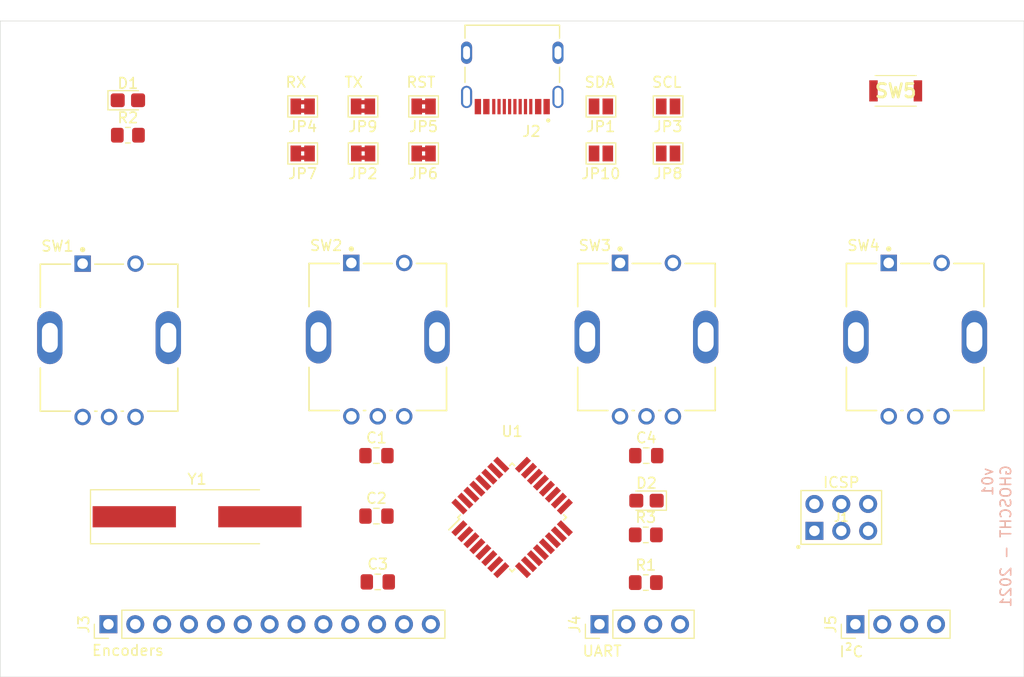
<source format=kicad_pcb>
(kicad_pcb (version 20171130) (host pcbnew "(5.1.10)-1")

  (general
    (thickness 1.6)
    (drawings 14)
    (tracks 0)
    (zones 0)
    (modules 31)
    (nets 41)
  )

  (page A4)
  (title_block
    (title "LightControl Console")
    (date 2021-08-19)
    (rev v01)
    (comment 4 "Author: GHOSCHT")
  )

  (layers
    (0 F.Cu signal)
    (31 B.Cu signal)
    (32 B.Adhes user)
    (33 F.Adhes user)
    (34 B.Paste user)
    (35 F.Paste user)
    (36 B.SilkS user)
    (37 F.SilkS user)
    (38 B.Mask user)
    (39 F.Mask user)
    (40 Dwgs.User user)
    (41 Cmts.User user)
    (42 Eco1.User user)
    (43 Eco2.User user)
    (44 Edge.Cuts user)
    (45 Margin user)
    (46 B.CrtYd user)
    (47 F.CrtYd user)
    (48 B.Fab user)
    (49 F.Fab user)
  )

  (setup
    (last_trace_width 0.25)
    (user_trace_width 0.3)
    (trace_clearance 0.2)
    (zone_clearance 0.508)
    (zone_45_only no)
    (trace_min 0.2)
    (via_size 0.8)
    (via_drill 0.4)
    (via_min_size 0.4)
    (via_min_drill 0.3)
    (uvia_size 0.3)
    (uvia_drill 0.1)
    (uvias_allowed no)
    (uvia_min_size 0.2)
    (uvia_min_drill 0.1)
    (edge_width 0.05)
    (segment_width 0.2)
    (pcb_text_width 0.3)
    (pcb_text_size 1.5 1.5)
    (mod_edge_width 0.12)
    (mod_text_size 1 1)
    (mod_text_width 0.15)
    (pad_size 1.524 1.524)
    (pad_drill 0.762)
    (pad_to_mask_clearance 0)
    (aux_axis_origin 0 0)
    (visible_elements 7FFFF7FF)
    (pcbplotparams
      (layerselection 0x010fc_ffffffff)
      (usegerberextensions false)
      (usegerberattributes true)
      (usegerberadvancedattributes true)
      (creategerberjobfile true)
      (excludeedgelayer true)
      (linewidth 0.100000)
      (plotframeref false)
      (viasonmask false)
      (mode 1)
      (useauxorigin false)
      (hpglpennumber 1)
      (hpglpenspeed 20)
      (hpglpendiameter 15.000000)
      (psnegative false)
      (psa4output false)
      (plotreference true)
      (plotvalue true)
      (plotinvisibletext false)
      (padsonsilk false)
      (subtractmaskfromsilk false)
      (outputformat 1)
      (mirror false)
      (drillshape 1)
      (scaleselection 1)
      (outputdirectory ""))
  )

  (net 0 "")
  (net 1 "Net-(U1-Pad19)")
  (net 2 "Net-(U1-Pad20)")
  (net 3 "Net-(U1-Pad22)")
  (net 4 GND)
  (net 5 VCC)
  (net 6 XTAL1)
  (net 7 XTAL2)
  (net 8 "Net-(D1-Pad2)")
  (net 9 MOSI)
  (net 10 SCK)
  (net 11 MISO)
  (net 12 RST)
  (net 13 "Net-(J2-PadA6)")
  (net 14 "Net-(J2-PadB7)")
  (net 15 "Net-(J2-PadA5)")
  (net 16 "Net-(J2-PadB8)")
  (net 17 "Net-(J2-PadA7)")
  (net 18 "Net-(J2-PadB6)")
  (net 19 "Net-(J2-PadA8)")
  (net 20 "Net-(J2-PadB5)")
  (net 21 BTN4)
  (net 22 BTN3)
  (net 23 BTN2)
  (net 24 BTN1)
  (net 25 ENC4B)
  (net 26 ENC4A)
  (net 27 ENC3B)
  (net 28 ENC3A)
  (net 29 ENC2B)
  (net 30 ENC2A)
  (net 31 ENC1B)
  (net 32 ENC1A)
  (net 33 TX)
  (net 34 RX)
  (net 35 SDA)
  (net 36 SCL)
  (net 37 "Net-(D2-Pad2)")
  (net 38 LED)
  (net 39 "Net-(U1-Pad3)")
  (net 40 "Net-(U1-Pad6)")

  (net_class Default "This is the default net class."
    (clearance 0.2)
    (trace_width 0.25)
    (via_dia 0.8)
    (via_drill 0.4)
    (uvia_dia 0.3)
    (uvia_drill 0.1)
    (add_net BTN1)
    (add_net BTN2)
    (add_net BTN3)
    (add_net BTN4)
    (add_net ENC1A)
    (add_net ENC1B)
    (add_net ENC2A)
    (add_net ENC2B)
    (add_net ENC3A)
    (add_net ENC3B)
    (add_net ENC4A)
    (add_net ENC4B)
    (add_net GND)
    (add_net LED)
    (add_net MISO)
    (add_net MOSI)
    (add_net "Net-(D1-Pad2)")
    (add_net "Net-(D2-Pad2)")
    (add_net "Net-(J2-PadA5)")
    (add_net "Net-(J2-PadA6)")
    (add_net "Net-(J2-PadA7)")
    (add_net "Net-(J2-PadA8)")
    (add_net "Net-(J2-PadB5)")
    (add_net "Net-(J2-PadB6)")
    (add_net "Net-(J2-PadB7)")
    (add_net "Net-(J2-PadB8)")
    (add_net "Net-(U1-Pad19)")
    (add_net "Net-(U1-Pad20)")
    (add_net "Net-(U1-Pad22)")
    (add_net "Net-(U1-Pad3)")
    (add_net "Net-(U1-Pad6)")
    (add_net RST)
    (add_net RX)
    (add_net SCK)
    (add_net SCL)
    (add_net SDA)
    (add_net TX)
    (add_net VCC)
    (add_net XTAL1)
    (add_net XTAL2)
  )

  (module Capacitor_SMD:C_0805_2012Metric_Pad1.18x1.45mm_HandSolder (layer F.Cu) (tedit 5F68FEEF) (tstamp 611E907C)
    (at 133.414 105.854)
    (descr "Capacitor SMD 0805 (2012 Metric), square (rectangular) end terminal, IPC_7351 nominal with elongated pad for handsoldering. (Body size source: IPC-SM-782 page 76, https://www.pcb-3d.com/wordpress/wp-content/uploads/ipc-sm-782a_amendment_1_and_2.pdf, https://docs.google.com/spreadsheets/d/1BsfQQcO9C6DZCsRaXUlFlo91Tg2WpOkGARC1WS5S8t0/edit?usp=sharing), generated with kicad-footprint-generator")
    (tags "capacitor handsolder")
    (path /6113DC2F)
    (attr smd)
    (fp_text reference C1 (at 0 -1.68) (layer F.SilkS)
      (effects (font (size 1 1) (thickness 0.15)))
    )
    (fp_text value 22p (at 0 1.68) (layer F.Fab)
      (effects (font (size 1 1) (thickness 0.15)))
    )
    (fp_line (start -1 0.625) (end -1 -0.625) (layer F.Fab) (width 0.1))
    (fp_line (start -1 -0.625) (end 1 -0.625) (layer F.Fab) (width 0.1))
    (fp_line (start 1 -0.625) (end 1 0.625) (layer F.Fab) (width 0.1))
    (fp_line (start 1 0.625) (end -1 0.625) (layer F.Fab) (width 0.1))
    (fp_line (start -0.261252 -0.735) (end 0.261252 -0.735) (layer F.SilkS) (width 0.12))
    (fp_line (start -0.261252 0.735) (end 0.261252 0.735) (layer F.SilkS) (width 0.12))
    (fp_line (start -1.88 0.98) (end -1.88 -0.98) (layer F.CrtYd) (width 0.05))
    (fp_line (start -1.88 -0.98) (end 1.88 -0.98) (layer F.CrtYd) (width 0.05))
    (fp_line (start 1.88 -0.98) (end 1.88 0.98) (layer F.CrtYd) (width 0.05))
    (fp_line (start 1.88 0.98) (end -1.88 0.98) (layer F.CrtYd) (width 0.05))
    (fp_text user %R (at 0 0) (layer F.Fab)
      (effects (font (size 0.5 0.5) (thickness 0.08)))
    )
    (pad 1 smd roundrect (at -1.0375 0) (size 1.175 1.45) (layers F.Cu F.Paste F.Mask) (roundrect_rratio 0.212766)
      (net 6 XTAL1))
    (pad 2 smd roundrect (at 1.0375 0) (size 1.175 1.45) (layers F.Cu F.Paste F.Mask) (roundrect_rratio 0.212766)
      (net 4 GND))
    (model ${KISYS3DMOD}/Capacitor_SMD.3dshapes/C_0805_2012Metric.wrl
      (at (xyz 0 0 0))
      (scale (xyz 1 1 1))
      (rotate (xyz 0 0 0))
    )
  )

  (module Jumper:SolderJumper-2_P1.3mm_Open_Pad1.0x1.5mm (layer F.Cu) (tedit 5A3EABFC) (tstamp 611F681F)
    (at 160.985 77.2922)
    (descr "SMD Solder Jumper, 1x1.5mm Pads, 0.3mm gap, open")
    (tags "solder jumper open")
    (path /611A3587)
    (attr virtual)
    (fp_text reference JP8 (at 0 1.905) (layer F.SilkS)
      (effects (font (size 1 1) (thickness 0.15)))
    )
    (fp_text value SolderJumper (at 8.636 -0.889) (layer F.Fab)
      (effects (font (size 1 1) (thickness 0.15)))
    )
    (fp_line (start -1.4 1) (end -1.4 -1) (layer F.SilkS) (width 0.12))
    (fp_line (start 1.4 1) (end -1.4 1) (layer F.SilkS) (width 0.12))
    (fp_line (start 1.4 -1) (end 1.4 1) (layer F.SilkS) (width 0.12))
    (fp_line (start -1.4 -1) (end 1.4 -1) (layer F.SilkS) (width 0.12))
    (fp_line (start -1.65 -1.25) (end 1.65 -1.25) (layer F.CrtYd) (width 0.05))
    (fp_line (start -1.65 -1.25) (end -1.65 1.25) (layer F.CrtYd) (width 0.05))
    (fp_line (start 1.65 1.25) (end 1.65 -1.25) (layer F.CrtYd) (width 0.05))
    (fp_line (start 1.65 1.25) (end -1.65 1.25) (layer F.CrtYd) (width 0.05))
    (pad 2 smd rect (at 0.65 0) (size 1 1.5) (layers F.Cu F.Mask)
      (net 36 SCL))
    (pad 1 smd rect (at -0.65 0) (size 1 1.5) (layers F.Cu F.Mask)
      (net 14 "Net-(J2-PadB7)"))
  )

  (module AVR-ISP:AVR-ISP (layer F.Cu) (tedit 611E649A) (tstamp 611E7B2B)
    (at 177.356 111.696)
    (path /61134728)
    (fp_text reference J1 (at 0 0) (layer F.SilkS)
      (effects (font (size 0.787402 0.787402) (thickness 0.15)))
    )
    (fp_text value AVR-ISP-6 (at 0 0) (layer F.Fab)
      (effects (font (size 0.787402 0.787402) (thickness 0.15)))
    )
    (fp_circle (center -4.064 2.794) (end -3.964 2.794) (layer F.SilkS) (width 0.2))
    (fp_line (start -3.81 2.54) (end -3.81 -2.54) (layer F.SilkS) (width 0.127))
    (fp_line (start 3.81 2.54) (end -3.81 2.54) (layer F.SilkS) (width 0.127))
    (fp_line (start 3.81 -2.54) (end 3.81 2.54) (layer F.SilkS) (width 0.127))
    (fp_line (start -3.81 -2.54) (end 3.81 -2.54) (layer F.SilkS) (width 0.127))
    (fp_text user ICSP (at 0 -3.302) (layer F.SilkS)
      (effects (font (size 1 1) (thickness 0.15)))
    )
    (pad 6 thru_hole circle (at 2.54 -1.27) (size 1.7 1.7) (drill 1) (layers *.Cu *.Mask)
      (net 4 GND))
    (pad 5 thru_hole circle (at 2.54 1.27) (size 1.7 1.7) (drill 1) (layers *.Cu *.Mask)
      (net 12 RST))
    (pad 1 thru_hole rect (at -2.54 1.27) (size 1.7 1.7) (drill 1) (layers *.Cu *.Mask)
      (net 11 MISO))
    (pad 2 thru_hole circle (at -2.54 -1.27) (size 1.7 1.7) (drill 1) (layers *.Cu *.Mask)
      (net 5 VCC))
    (pad 3 thru_hole circle (at 0 1.27) (size 1.7 1.7) (drill 1) (layers *.Cu *.Mask)
      (net 10 SCK))
    (pad 4 thru_hole circle (at 0 -1.27) (size 1.7 1.7) (drill 1) (layers *.Cu *.Mask)
      (net 9 MOSI))
    (model ${KISYS3DMOD}/Connector_PinHeader_2.54mm.3dshapes/PinHeader_2x03_P2.54mm_Vertical.step
      (offset (xyz -2.5 -1.3 0))
      (scale (xyz 1 1 1))
      (rotate (xyz 0 0 -90))
    )
  )

  (module Capacitor_SMD:C_0805_2012Metric_Pad1.18x1.45mm_HandSolder (layer F.Cu) (tedit 5F68FEEF) (tstamp 611E90DD)
    (at 133.414 111.57)
    (descr "Capacitor SMD 0805 (2012 Metric), square (rectangular) end terminal, IPC_7351 nominal with elongated pad for handsoldering. (Body size source: IPC-SM-782 page 76, https://www.pcb-3d.com/wordpress/wp-content/uploads/ipc-sm-782a_amendment_1_and_2.pdf, https://docs.google.com/spreadsheets/d/1BsfQQcO9C6DZCsRaXUlFlo91Tg2WpOkGARC1WS5S8t0/edit?usp=sharing), generated with kicad-footprint-generator")
    (tags "capacitor handsolder")
    (path /611448F1)
    (attr smd)
    (fp_text reference C2 (at 0 -1.68) (layer F.SilkS)
      (effects (font (size 1 1) (thickness 0.15)))
    )
    (fp_text value 22p (at 0 1.68) (layer F.Fab)
      (effects (font (size 1 1) (thickness 0.15)))
    )
    (fp_line (start 1.88 0.98) (end -1.88 0.98) (layer F.CrtYd) (width 0.05))
    (fp_line (start 1.88 -0.98) (end 1.88 0.98) (layer F.CrtYd) (width 0.05))
    (fp_line (start -1.88 -0.98) (end 1.88 -0.98) (layer F.CrtYd) (width 0.05))
    (fp_line (start -1.88 0.98) (end -1.88 -0.98) (layer F.CrtYd) (width 0.05))
    (fp_line (start -0.261252 0.735) (end 0.261252 0.735) (layer F.SilkS) (width 0.12))
    (fp_line (start -0.261252 -0.735) (end 0.261252 -0.735) (layer F.SilkS) (width 0.12))
    (fp_line (start 1 0.625) (end -1 0.625) (layer F.Fab) (width 0.1))
    (fp_line (start 1 -0.625) (end 1 0.625) (layer F.Fab) (width 0.1))
    (fp_line (start -1 -0.625) (end 1 -0.625) (layer F.Fab) (width 0.1))
    (fp_line (start -1 0.625) (end -1 -0.625) (layer F.Fab) (width 0.1))
    (fp_text user %R (at 0 0) (layer F.Fab)
      (effects (font (size 0.5 0.5) (thickness 0.08)))
    )
    (pad 2 smd roundrect (at 1.0375 0) (size 1.175 1.45) (layers F.Cu F.Paste F.Mask) (roundrect_rratio 0.212766)
      (net 4 GND))
    (pad 1 smd roundrect (at -1.0375 0) (size 1.175 1.45) (layers F.Cu F.Paste F.Mask) (roundrect_rratio 0.212766)
      (net 7 XTAL2))
    (model ${KISYS3DMOD}/Capacitor_SMD.3dshapes/C_0805_2012Metric.wrl
      (at (xyz 0 0 0))
      (scale (xyz 1 1 1))
      (rotate (xyz 0 0 0))
    )
  )

  (module SKRKAEE020:SKRKAEE020 (layer F.Cu) (tedit 0) (tstamp 611F7678)
    (at 182.499 71.374)
    (descr SKRKAEE020)
    (tags Switch)
    (path /6132D0B4)
    (attr smd)
    (fp_text reference SW5 (at 0 0) (layer F.SilkS)
      (effects (font (size 1.27 1.27) (thickness 0.254)))
    )
    (fp_text value SW_Push (at 0 0) (layer F.SilkS) hide
      (effects (font (size 1.27 1.27) (thickness 0.254)))
    )
    (fp_line (start -1.95 -1.45) (end 1.95 -1.45) (layer F.Fab) (width 0.2))
    (fp_line (start 1.95 -1.45) (end 1.95 1.45) (layer F.Fab) (width 0.2))
    (fp_line (start 1.95 1.45) (end -1.95 1.45) (layer F.Fab) (width 0.2))
    (fp_line (start -1.95 1.45) (end -1.95 -1.45) (layer F.Fab) (width 0.2))
    (fp_line (start -3.5 -2.45) (end 3.5 -2.45) (layer F.CrtYd) (width 0.1))
    (fp_line (start 3.5 -2.45) (end 3.5 2.45) (layer F.CrtYd) (width 0.1))
    (fp_line (start 3.5 2.45) (end -3.5 2.45) (layer F.CrtYd) (width 0.1))
    (fp_line (start -3.5 2.45) (end -3.5 -2.45) (layer F.CrtYd) (width 0.1))
    (fp_line (start -1.95 1.45) (end 1.95 1.45) (layer F.SilkS) (width 0.1))
    (fp_line (start -1.95 -1.45) (end 1.95 -1.45) (layer F.SilkS) (width 0.1))
    (fp_text user %R (at 0 0) (layer F.Fab)
      (effects (font (size 1.27 1.27) (thickness 0.254)))
    )
    (pad 1 smd rect (at -2.1 0) (size 0.8 2) (layers F.Cu F.Paste F.Mask)
      (net 12 RST))
    (pad 2 smd rect (at 2.1 0) (size 0.8 2) (layers F.Cu F.Paste F.Mask)
      (net 4 GND))
    (model ${KIPRJMOD}/Libraries/SKRKAEE020.models/SKRKAEE020.stp
      (offset (xyz 0 0 0.7499999887361273))
      (scale (xyz 1 1 1))
      (rotate (xyz -90 0 0))
    )
  )

  (module Resistor_SMD:R_0805_2012Metric_Pad1.20x1.40mm_HandSolder (layer F.Cu) (tedit 5F68FEEE) (tstamp 611F7824)
    (at 109.918 75.565)
    (descr "Resistor SMD 0805 (2012 Metric), square (rectangular) end terminal, IPC_7351 nominal with elongated pad for handsoldering. (Body size source: IPC-SM-782 page 72, https://www.pcb-3d.com/wordpress/wp-content/uploads/ipc-sm-782a_amendment_1_and_2.pdf), generated with kicad-footprint-generator")
    (tags "resistor handsolder")
    (path /6114AFDD)
    (attr smd)
    (fp_text reference R2 (at 0 -1.65) (layer F.SilkS)
      (effects (font (size 1 1) (thickness 0.15)))
    )
    (fp_text value 200 (at 0 1.65) (layer F.Fab)
      (effects (font (size 1 1) (thickness 0.15)))
    )
    (fp_line (start -1 0.625) (end -1 -0.625) (layer F.Fab) (width 0.1))
    (fp_line (start -1 -0.625) (end 1 -0.625) (layer F.Fab) (width 0.1))
    (fp_line (start 1 -0.625) (end 1 0.625) (layer F.Fab) (width 0.1))
    (fp_line (start 1 0.625) (end -1 0.625) (layer F.Fab) (width 0.1))
    (fp_line (start -0.227064 -0.735) (end 0.227064 -0.735) (layer F.SilkS) (width 0.12))
    (fp_line (start -0.227064 0.735) (end 0.227064 0.735) (layer F.SilkS) (width 0.12))
    (fp_line (start -1.85 0.95) (end -1.85 -0.95) (layer F.CrtYd) (width 0.05))
    (fp_line (start -1.85 -0.95) (end 1.85 -0.95) (layer F.CrtYd) (width 0.05))
    (fp_line (start 1.85 -0.95) (end 1.85 0.95) (layer F.CrtYd) (width 0.05))
    (fp_line (start 1.85 0.95) (end -1.85 0.95) (layer F.CrtYd) (width 0.05))
    (fp_text user %R (at 0 0) (layer F.Fab)
      (effects (font (size 0.5 0.5) (thickness 0.08)))
    )
    (pad 1 smd roundrect (at -1 0) (size 1.2 1.4) (layers F.Cu F.Paste F.Mask) (roundrect_rratio 0.208333)
      (net 8 "Net-(D1-Pad2)"))
    (pad 2 smd roundrect (at 1 0) (size 1.2 1.4) (layers F.Cu F.Paste F.Mask) (roundrect_rratio 0.208333)
      (net 5 VCC))
    (model ${KISYS3DMOD}/Resistor_SMD.3dshapes/R_0805_2012Metric.wrl
      (at (xyz 0 0 0))
      (scale (xyz 1 1 1))
      (rotate (xyz 0 0 0))
    )
  )

  (module Connector_PinHeader_2.54mm:PinHeader_1x04_P2.54mm_Vertical (layer F.Cu) (tedit 59FED5CC) (tstamp 611F0675)
    (at 154.496 121.793 90)
    (descr "Through hole straight pin header, 1x04, 2.54mm pitch, single row")
    (tags "Through hole pin header THT 1x04 2.54mm single row")
    (path /613031C0)
    (fp_text reference J4 (at 0 -2.33 90) (layer F.SilkS)
      (effects (font (size 1 1) (thickness 0.15)))
    )
    (fp_text value Conn_01x04 (at 2.667 4.191) (layer F.Fab)
      (effects (font (size 1 1) (thickness 0.15)))
    )
    (fp_line (start -0.635 -1.27) (end 1.27 -1.27) (layer F.Fab) (width 0.1))
    (fp_line (start 1.27 -1.27) (end 1.27 8.89) (layer F.Fab) (width 0.1))
    (fp_line (start 1.27 8.89) (end -1.27 8.89) (layer F.Fab) (width 0.1))
    (fp_line (start -1.27 8.89) (end -1.27 -0.635) (layer F.Fab) (width 0.1))
    (fp_line (start -1.27 -0.635) (end -0.635 -1.27) (layer F.Fab) (width 0.1))
    (fp_line (start -1.33 8.95) (end 1.33 8.95) (layer F.SilkS) (width 0.12))
    (fp_line (start -1.33 1.27) (end -1.33 8.95) (layer F.SilkS) (width 0.12))
    (fp_line (start 1.33 1.27) (end 1.33 8.95) (layer F.SilkS) (width 0.12))
    (fp_line (start -1.33 1.27) (end 1.33 1.27) (layer F.SilkS) (width 0.12))
    (fp_line (start -1.33 0) (end -1.33 -1.33) (layer F.SilkS) (width 0.12))
    (fp_line (start -1.33 -1.33) (end 0 -1.33) (layer F.SilkS) (width 0.12))
    (fp_line (start -1.8 -1.8) (end -1.8 9.4) (layer F.CrtYd) (width 0.05))
    (fp_line (start -1.8 9.4) (end 1.8 9.4) (layer F.CrtYd) (width 0.05))
    (fp_line (start 1.8 9.4) (end 1.8 -1.8) (layer F.CrtYd) (width 0.05))
    (fp_line (start 1.8 -1.8) (end -1.8 -1.8) (layer F.CrtYd) (width 0.05))
    (fp_text user %R (at 0 3.81) (layer F.Fab)
      (effects (font (size 1 1) (thickness 0.15)))
    )
    (pad 1 thru_hole rect (at 0 0 90) (size 1.7 1.7) (drill 1) (layers *.Cu *.Mask)
      (net 4 GND))
    (pad 2 thru_hole oval (at 0 2.54 90) (size 1.7 1.7) (drill 1) (layers *.Cu *.Mask)
      (net 34 RX))
    (pad 3 thru_hole oval (at 0 5.08 90) (size 1.7 1.7) (drill 1) (layers *.Cu *.Mask)
      (net 33 TX))
    (pad 4 thru_hole oval (at 0 7.62 90) (size 1.7 1.7) (drill 1) (layers *.Cu *.Mask)
      (net 12 RST))
  )

  (module Jumper:SolderJumper-2_P1.3mm_Open_Pad1.0x1.5mm (layer F.Cu) (tedit 5A3EABFC) (tstamp 611F672F)
    (at 154.635 72.8472 180)
    (descr "SMD Solder Jumper, 1x1.5mm Pads, 0.3mm gap, open")
    (tags "solder jumper open")
    (path /6113282A)
    (attr virtual)
    (fp_text reference JP1 (at 0 -1.905) (layer F.SilkS)
      (effects (font (size 1 1) (thickness 0.15)))
    )
    (fp_text value SolderJumper (at -14.986 0.762) (layer F.Fab)
      (effects (font (size 1 1) (thickness 0.15)))
    )
    (fp_line (start 1.65 1.25) (end -1.65 1.25) (layer F.CrtYd) (width 0.05))
    (fp_line (start 1.65 1.25) (end 1.65 -1.25) (layer F.CrtYd) (width 0.05))
    (fp_line (start -1.65 -1.25) (end -1.65 1.25) (layer F.CrtYd) (width 0.05))
    (fp_line (start -1.65 -1.25) (end 1.65 -1.25) (layer F.CrtYd) (width 0.05))
    (fp_line (start -1.4 -1) (end 1.4 -1) (layer F.SilkS) (width 0.12))
    (fp_line (start 1.4 -1) (end 1.4 1) (layer F.SilkS) (width 0.12))
    (fp_line (start 1.4 1) (end -1.4 1) (layer F.SilkS) (width 0.12))
    (fp_line (start -1.4 1) (end -1.4 -1) (layer F.SilkS) (width 0.12))
    (pad 1 smd rect (at -0.65 0 180) (size 1 1.5) (layers F.Cu F.Mask)
      (net 35 SDA))
    (pad 2 smd rect (at 0.65 0 180) (size 1 1.5) (layers F.Cu F.Mask)
      (net 13 "Net-(J2-PadA6)"))
  )

  (module Jumper:SolderJumper-2_P1.3mm_Open_Pad1.0x1.5mm (layer F.Cu) (tedit 5A3EABFC) (tstamp 611F67F8)
    (at 160.985 72.8472 180)
    (descr "SMD Solder Jumper, 1x1.5mm Pads, 0.3mm gap, open")
    (tags "solder jumper open")
    (path /6118262C)
    (attr virtual)
    (fp_text reference JP3 (at 0 -1.905) (layer F.SilkS)
      (effects (font (size 1 1) (thickness 0.15)))
    )
    (fp_text value SolderJumper (at -8.636 -0.762) (layer F.Fab)
      (effects (font (size 1 1) (thickness 0.15)))
    )
    (fp_line (start -1.4 1) (end -1.4 -1) (layer F.SilkS) (width 0.12))
    (fp_line (start 1.4 1) (end -1.4 1) (layer F.SilkS) (width 0.12))
    (fp_line (start 1.4 -1) (end 1.4 1) (layer F.SilkS) (width 0.12))
    (fp_line (start -1.4 -1) (end 1.4 -1) (layer F.SilkS) (width 0.12))
    (fp_line (start -1.65 -1.25) (end 1.65 -1.25) (layer F.CrtYd) (width 0.05))
    (fp_line (start -1.65 -1.25) (end -1.65 1.25) (layer F.CrtYd) (width 0.05))
    (fp_line (start 1.65 1.25) (end 1.65 -1.25) (layer F.CrtYd) (width 0.05))
    (fp_line (start 1.65 1.25) (end -1.65 1.25) (layer F.CrtYd) (width 0.05))
    (pad 2 smd rect (at 0.65 0 180) (size 1 1.5) (layers F.Cu F.Mask)
      (net 17 "Net-(J2-PadA7)"))
    (pad 1 smd rect (at -0.65 0 180) (size 1 1.5) (layers F.Cu F.Mask)
      (net 36 SCL))
  )

  (module Jumper:SolderJumper-2_P1.3mm_Open_Pad1.0x1.5mm (layer F.Cu) (tedit 5A3EABFC) (tstamp 611F67D1)
    (at 154.635 77.2922)
    (descr "SMD Solder Jumper, 1x1.5mm Pads, 0.3mm gap, open")
    (tags "solder jumper open")
    (path /611A3577)
    (attr virtual)
    (fp_text reference JP10 (at 0 1.905) (layer F.SilkS)
      (effects (font (size 1 1) (thickness 0.15)))
    )
    (fp_text value SolderJumper (at 14.986 -2.286) (layer F.Fab)
      (effects (font (size 1 1) (thickness 0.15)))
    )
    (fp_line (start -1.4 1) (end -1.4 -1) (layer F.SilkS) (width 0.12))
    (fp_line (start 1.4 1) (end -1.4 1) (layer F.SilkS) (width 0.12))
    (fp_line (start 1.4 -1) (end 1.4 1) (layer F.SilkS) (width 0.12))
    (fp_line (start -1.4 -1) (end 1.4 -1) (layer F.SilkS) (width 0.12))
    (fp_line (start -1.65 -1.25) (end 1.65 -1.25) (layer F.CrtYd) (width 0.05))
    (fp_line (start -1.65 -1.25) (end -1.65 1.25) (layer F.CrtYd) (width 0.05))
    (fp_line (start 1.65 1.25) (end 1.65 -1.25) (layer F.CrtYd) (width 0.05))
    (fp_line (start 1.65 1.25) (end -1.65 1.25) (layer F.CrtYd) (width 0.05))
    (pad 2 smd rect (at 0.65 0) (size 1 1.5) (layers F.Cu F.Mask)
      (net 35 SDA))
    (pad 1 smd rect (at -0.65 0) (size 1 1.5) (layers F.Cu F.Mask)
      (net 18 "Net-(J2-PadB6)"))
  )

  (module Jumper:SolderJumper-2_P1.3mm_Bridged2Bar_Pad1.0x1.5mm (layer F.Cu) (tedit 5C756A82) (tstamp 611F6875)
    (at 132.156 77.2922)
    (descr "SMD Solder Jumper, 1x1.5mm Pads, 0.3mm gap, bridged with 2 copper strips")
    (tags "solder jumper open")
    (path /611AC9C3)
    (attr virtual)
    (fp_text reference JP2 (at 0 1.905) (layer F.SilkS)
      (effects (font (size 1 1) (thickness 0.15)))
    )
    (fp_text value SolderJumper_Bridged (at -16.256 -3.937) (layer F.Fab)
      (effects (font (size 1 1) (thickness 0.15)))
    )
    (fp_poly (pts (xy -0.25 -0.6) (xy 0.25 -0.6) (xy 0.25 -0.2) (xy -0.25 -0.2)) (layer F.Cu) (width 0))
    (fp_poly (pts (xy -0.25 0.2) (xy 0.25 0.2) (xy 0.25 0.6) (xy -0.25 0.6)) (layer F.Cu) (width 0))
    (fp_line (start 1.65 1.25) (end -1.65 1.25) (layer F.CrtYd) (width 0.05))
    (fp_line (start 1.65 1.25) (end 1.65 -1.25) (layer F.CrtYd) (width 0.05))
    (fp_line (start -1.65 -1.25) (end -1.65 1.25) (layer F.CrtYd) (width 0.05))
    (fp_line (start -1.65 -1.25) (end 1.65 -1.25) (layer F.CrtYd) (width 0.05))
    (fp_line (start -1.4 -1) (end 1.4 -1) (layer F.SilkS) (width 0.12))
    (fp_line (start 1.4 -1) (end 1.4 1) (layer F.SilkS) (width 0.12))
    (fp_line (start 1.4 1) (end -1.4 1) (layer F.SilkS) (width 0.12))
    (fp_line (start -1.4 1) (end -1.4 -1) (layer F.SilkS) (width 0.12))
    (pad 2 smd rect (at 0.65 0) (size 1 1.5) (layers F.Cu F.Mask)
      (net 13 "Net-(J2-PadA6)"))
    (pad 1 smd rect (at -0.65 0) (size 1 1.5) (layers F.Cu F.Mask)
      (net 33 TX))
  )

  (module Jumper:SolderJumper-2_P1.3mm_Bridged2Bar_Pad1.0x1.5mm (layer F.Cu) (tedit 5C756A82) (tstamp 611F6929)
    (at 132.141 72.8472 180)
    (descr "SMD Solder Jumper, 1x1.5mm Pads, 0.3mm gap, bridged with 2 copper strips")
    (tags "solder jumper open")
    (path /611B0A60)
    (attr virtual)
    (fp_text reference JP9 (at 0 -1.905) (layer F.SilkS)
      (effects (font (size 1 1) (thickness 0.15)))
    )
    (fp_text value SolderJumper_Bridged (at 16.241 2.54) (layer F.Fab)
      (effects (font (size 1 1) (thickness 0.15)))
    )
    (fp_poly (pts (xy -0.25 -0.6) (xy 0.25 -0.6) (xy 0.25 -0.2) (xy -0.25 -0.2)) (layer F.Cu) (width 0))
    (fp_poly (pts (xy -0.25 0.2) (xy 0.25 0.2) (xy 0.25 0.6) (xy -0.25 0.6)) (layer F.Cu) (width 0))
    (fp_line (start 1.65 1.25) (end -1.65 1.25) (layer F.CrtYd) (width 0.05))
    (fp_line (start 1.65 1.25) (end 1.65 -1.25) (layer F.CrtYd) (width 0.05))
    (fp_line (start -1.65 -1.25) (end -1.65 1.25) (layer F.CrtYd) (width 0.05))
    (fp_line (start -1.65 -1.25) (end 1.65 -1.25) (layer F.CrtYd) (width 0.05))
    (fp_line (start -1.4 -1) (end 1.4 -1) (layer F.SilkS) (width 0.12))
    (fp_line (start 1.4 -1) (end 1.4 1) (layer F.SilkS) (width 0.12))
    (fp_line (start 1.4 1) (end -1.4 1) (layer F.SilkS) (width 0.12))
    (fp_line (start -1.4 1) (end -1.4 -1) (layer F.SilkS) (width 0.12))
    (pad 2 smd rect (at 0.65 0 180) (size 1 1.5) (layers F.Cu F.Mask)
      (net 33 TX))
    (pad 1 smd rect (at -0.65 0 180) (size 1 1.5) (layers F.Cu F.Mask)
      (net 18 "Net-(J2-PadB6)"))
  )

  (module LED_SMD:LED_0805_2012Metric_Castellated (layer F.Cu) (tedit 5F68FEF1) (tstamp 611F77F0)
    (at 109.918 72.263)
    (descr "LED SMD 0805 (2012 Metric), castellated end terminal, IPC_7351 nominal, (Body size source: https://docs.google.com/spreadsheets/d/1BsfQQcO9C6DZCsRaXUlFlo91Tg2WpOkGARC1WS5S8t0/edit?usp=sharing), generated with kicad-footprint-generator")
    (tags "LED castellated")
    (path /6113FB23)
    (attr smd)
    (fp_text reference D1 (at 0 -1.6) (layer F.SilkS)
      (effects (font (size 1 1) (thickness 0.15)))
    )
    (fp_text value 17-21/BHC-XL2M2TY/3T (at -2.794 6.35 90) (layer F.Fab)
      (effects (font (size 1 1) (thickness 0.15)))
    )
    (fp_line (start 1 -0.6) (end -0.7 -0.6) (layer F.Fab) (width 0.1))
    (fp_line (start -0.7 -0.6) (end -1 -0.3) (layer F.Fab) (width 0.1))
    (fp_line (start -1 -0.3) (end -1 0.6) (layer F.Fab) (width 0.1))
    (fp_line (start -1 0.6) (end 1 0.6) (layer F.Fab) (width 0.1))
    (fp_line (start 1 0.6) (end 1 -0.6) (layer F.Fab) (width 0.1))
    (fp_line (start 1 -0.91) (end -1.885 -0.91) (layer F.SilkS) (width 0.12))
    (fp_line (start -1.885 -0.91) (end -1.885 0.91) (layer F.SilkS) (width 0.12))
    (fp_line (start -1.885 0.91) (end 1 0.91) (layer F.SilkS) (width 0.12))
    (fp_line (start -1.88 0.9) (end -1.88 -0.9) (layer F.CrtYd) (width 0.05))
    (fp_line (start -1.88 -0.9) (end 1.88 -0.9) (layer F.CrtYd) (width 0.05))
    (fp_line (start 1.88 -0.9) (end 1.88 0.9) (layer F.CrtYd) (width 0.05))
    (fp_line (start 1.88 0.9) (end -1.88 0.9) (layer F.CrtYd) (width 0.05))
    (fp_text user %R (at 0 0) (layer F.Fab)
      (effects (font (size 0.5 0.5) (thickness 0.08)))
    )
    (pad 1 smd roundrect (at -0.9625 0) (size 1.325 1.3) (layers F.Cu F.Paste F.Mask) (roundrect_rratio 0.192308)
      (net 4 GND))
    (pad 2 smd roundrect (at 0.9625 0) (size 1.325 1.3) (layers F.Cu F.Paste F.Mask) (roundrect_rratio 0.192308)
      (net 8 "Net-(D1-Pad2)"))
    (model ${KISYS3DMOD}/LED_SMD.3dshapes/LED_0805_2012Metric_Castellated.wrl
      (at (xyz 0 0 0))
      (scale (xyz 1 1 1))
      (rotate (xyz 0 0 0))
    )
  )

  (module Connector_PinHeader_2.54mm:PinHeader_1x13_P2.54mm_Vertical (layer F.Cu) (tedit 59FED5CC) (tstamp 611F72D1)
    (at 108.077 121.793 90)
    (descr "Through hole straight pin header, 1x13, 2.54mm pitch, single row")
    (tags "Through hole pin header THT 1x13 2.54mm single row")
    (path /61285557)
    (fp_text reference J3 (at 0 -2.33 90) (layer F.SilkS)
      (effects (font (size 1 1) (thickness 0.15)))
    )
    (fp_text value Conn_01x13 (at 0 32.81 90) (layer F.Fab)
      (effects (font (size 1 1) (thickness 0.15)))
    )
    (fp_line (start -0.635 -1.27) (end 1.27 -1.27) (layer F.Fab) (width 0.1))
    (fp_line (start 1.27 -1.27) (end 1.27 31.75) (layer F.Fab) (width 0.1))
    (fp_line (start 1.27 31.75) (end -1.27 31.75) (layer F.Fab) (width 0.1))
    (fp_line (start -1.27 31.75) (end -1.27 -0.635) (layer F.Fab) (width 0.1))
    (fp_line (start -1.27 -0.635) (end -0.635 -1.27) (layer F.Fab) (width 0.1))
    (fp_line (start -1.33 31.81) (end 1.33 31.81) (layer F.SilkS) (width 0.12))
    (fp_line (start -1.33 1.27) (end -1.33 31.81) (layer F.SilkS) (width 0.12))
    (fp_line (start 1.33 1.27) (end 1.33 31.81) (layer F.SilkS) (width 0.12))
    (fp_line (start -1.33 1.27) (end 1.33 1.27) (layer F.SilkS) (width 0.12))
    (fp_line (start -1.33 0) (end -1.33 -1.33) (layer F.SilkS) (width 0.12))
    (fp_line (start -1.33 -1.33) (end 0 -1.33) (layer F.SilkS) (width 0.12))
    (fp_line (start -1.8 -1.8) (end -1.8 32.25) (layer F.CrtYd) (width 0.05))
    (fp_line (start -1.8 32.25) (end 1.8 32.25) (layer F.CrtYd) (width 0.05))
    (fp_line (start 1.8 32.25) (end 1.8 -1.8) (layer F.CrtYd) (width 0.05))
    (fp_line (start 1.8 -1.8) (end -1.8 -1.8) (layer F.CrtYd) (width 0.05))
    (fp_text user %R (at 0 15.24) (layer F.Fab)
      (effects (font (size 1 1) (thickness 0.15)))
    )
    (pad 1 thru_hole rect (at 0 0 90) (size 1.7 1.7) (drill 1) (layers *.Cu *.Mask)
      (net 4 GND))
    (pad 2 thru_hole oval (at 0 2.54 90) (size 1.7 1.7) (drill 1) (layers *.Cu *.Mask)
      (net 32 ENC1A))
    (pad 3 thru_hole oval (at 0 5.08 90) (size 1.7 1.7) (drill 1) (layers *.Cu *.Mask)
      (net 31 ENC1B))
    (pad 4 thru_hole oval (at 0 7.62 90) (size 1.7 1.7) (drill 1) (layers *.Cu *.Mask)
      (net 30 ENC2A))
    (pad 5 thru_hole oval (at 0 10.16 90) (size 1.7 1.7) (drill 1) (layers *.Cu *.Mask)
      (net 29 ENC2B))
    (pad 6 thru_hole oval (at 0 12.7 90) (size 1.7 1.7) (drill 1) (layers *.Cu *.Mask)
      (net 28 ENC3A))
    (pad 7 thru_hole oval (at 0 15.24 90) (size 1.7 1.7) (drill 1) (layers *.Cu *.Mask)
      (net 27 ENC3B))
    (pad 8 thru_hole oval (at 0 17.78 90) (size 1.7 1.7) (drill 1) (layers *.Cu *.Mask)
      (net 26 ENC4A))
    (pad 9 thru_hole oval (at 0 20.32 90) (size 1.7 1.7) (drill 1) (layers *.Cu *.Mask)
      (net 25 ENC4B))
    (pad 10 thru_hole oval (at 0 22.86 90) (size 1.7 1.7) (drill 1) (layers *.Cu *.Mask)
      (net 24 BTN1))
    (pad 11 thru_hole oval (at 0 25.4 90) (size 1.7 1.7) (drill 1) (layers *.Cu *.Mask)
      (net 23 BTN2))
    (pad 12 thru_hole oval (at 0 27.94 90) (size 1.7 1.7) (drill 1) (layers *.Cu *.Mask)
      (net 22 BTN3))
    (pad 13 thru_hole oval (at 0 30.48 90) (size 1.7 1.7) (drill 1) (layers *.Cu *.Mask)
      (net 21 BTN4))
  )

  (module Connector_PinHeader_2.54mm:PinHeader_1x04_P2.54mm_Vertical (layer F.Cu) (tedit 59FED5CC) (tstamp 611F068D)
    (at 178.689 121.793 90)
    (descr "Through hole straight pin header, 1x04, 2.54mm pitch, single row")
    (tags "Through hole pin header THT 1x04 2.54mm single row")
    (path /613021A3)
    (fp_text reference J5 (at 0 -2.33 90) (layer F.SilkS)
      (effects (font (size 1 1) (thickness 0.15)))
    )
    (fp_text value Conn_01x04 (at 2.667 4.445) (layer F.Fab)
      (effects (font (size 1 1) (thickness 0.15)))
    )
    (fp_line (start -0.635 -1.27) (end 1.27 -1.27) (layer F.Fab) (width 0.1))
    (fp_line (start 1.27 -1.27) (end 1.27 8.89) (layer F.Fab) (width 0.1))
    (fp_line (start 1.27 8.89) (end -1.27 8.89) (layer F.Fab) (width 0.1))
    (fp_line (start -1.27 8.89) (end -1.27 -0.635) (layer F.Fab) (width 0.1))
    (fp_line (start -1.27 -0.635) (end -0.635 -1.27) (layer F.Fab) (width 0.1))
    (fp_line (start -1.33 8.95) (end 1.33 8.95) (layer F.SilkS) (width 0.12))
    (fp_line (start -1.33 1.27) (end -1.33 8.95) (layer F.SilkS) (width 0.12))
    (fp_line (start 1.33 1.27) (end 1.33 8.95) (layer F.SilkS) (width 0.12))
    (fp_line (start -1.33 1.27) (end 1.33 1.27) (layer F.SilkS) (width 0.12))
    (fp_line (start -1.33 0) (end -1.33 -1.33) (layer F.SilkS) (width 0.12))
    (fp_line (start -1.33 -1.33) (end 0 -1.33) (layer F.SilkS) (width 0.12))
    (fp_line (start -1.8 -1.8) (end -1.8 9.4) (layer F.CrtYd) (width 0.05))
    (fp_line (start -1.8 9.4) (end 1.8 9.4) (layer F.CrtYd) (width 0.05))
    (fp_line (start 1.8 9.4) (end 1.8 -1.8) (layer F.CrtYd) (width 0.05))
    (fp_line (start 1.8 -1.8) (end -1.8 -1.8) (layer F.CrtYd) (width 0.05))
    (fp_text user %R (at 0 3.81) (layer F.Fab)
      (effects (font (size 1 1) (thickness 0.15)))
    )
    (pad 1 thru_hole rect (at 0 0 90) (size 1.7 1.7) (drill 1) (layers *.Cu *.Mask)
      (net 4 GND))
    (pad 2 thru_hole oval (at 0 2.54 90) (size 1.7 1.7) (drill 1) (layers *.Cu *.Mask)
      (net 35 SDA))
    (pad 3 thru_hole oval (at 0 5.08 90) (size 1.7 1.7) (drill 1) (layers *.Cu *.Mask)
      (net 36 SCL))
    (pad 4 thru_hole oval (at 0 7.62 90) (size 1.7 1.7) (drill 1) (layers *.Cu *.Mask)
      (net 5 VCC))
  )

  (module Bourns-PEC11R-4220F-S0012:Bourns-PEC11R-4220F-S0012-MFG (layer F.Cu) (tedit 611E52A7) (tstamp 611F52BB)
    (at 108.14 94.7039)
    (path /6112A1C1)
    (fp_text reference SW1 (at -6.5 -8.65) (layer F.SilkS)
      (effects (font (size 1 1) (thickness 0.15)) (justify left))
    )
    (fp_text value PEC11R-4220F-S0012 (at -8.001 -4.064 90) (layer F.Fab)
      (effects (font (size 1.27 1.27) (thickness 0.15)))
    )
    (fp_circle (center -2.5 -8.325) (end -2.375 -8.325) (layer F.SilkS) (width 0.25))
    (fp_line (start -6.5 -2.875) (end -6.5 -6.95) (layer F.SilkS) (width 0.15))
    (fp_line (start -6.5 6.95) (end -6.5 2.875) (layer F.SilkS) (width 0.15))
    (fp_line (start 3.65 6.95) (end 6.5 6.95) (layer F.SilkS) (width 0.15))
    (fp_line (start 1.15 6.95) (end 1.35 6.95) (layer F.SilkS) (width 0.15))
    (fp_line (start -1.35 6.95) (end -1.15 6.95) (layer F.SilkS) (width 0.15))
    (fp_line (start -6.5 6.95) (end -3.65 6.95) (layer F.SilkS) (width 0.15))
    (fp_line (start 6.5 -2.875) (end 6.5 -6.95) (layer F.SilkS) (width 0.15))
    (fp_line (start 6.5 6.95) (end 6.5 2.875) (layer F.SilkS) (width 0.15))
    (fp_line (start 3.65 -6.95) (end 6.5 -6.95) (layer F.SilkS) (width 0.15))
    (fp_line (start -1.35 -6.95) (end 1.35 -6.95) (layer F.SilkS) (width 0.15))
    (fp_line (start -6.5 -6.95) (end -3.65 -6.95) (layer F.SilkS) (width 0.15))
    (fp_line (start 6.925 8.3) (end 6.925 -7.8) (layer F.CrtYd) (width 0.15))
    (fp_line (start -6.925 8.3) (end 6.925 8.3) (layer F.CrtYd) (width 0.15))
    (fp_line (start -6.925 -7.8) (end -6.925 8.3) (layer F.CrtYd) (width 0.15))
    (fp_line (start 6.925 -7.8) (end -6.925 -7.8) (layer F.CrtYd) (width 0.15))
    (fp_line (start 6.925 -7.8) (end 6.925 -7.8) (layer F.CrtYd) (width 0.15))
    (fp_line (start 6.5 6.95) (end -6.5 6.95) (layer F.Fab) (width 0.15))
    (fp_line (start 6.5 -6.95) (end 6.5 6.95) (layer F.Fab) (width 0.15))
    (fp_line (start -6.5 -6.95) (end 6.5 -6.95) (layer F.Fab) (width 0.15))
    (fp_line (start -6.5 6.95) (end -6.5 -6.95) (layer F.Fab) (width 0.15))
    (pad S1 thru_hole rect (at -2.5 -7) (size 1.55 1.55) (drill 1) (layers *.Cu *.Mask)
      (net 4 GND))
    (pad S2 thru_hole circle (at 2.5 -7) (size 1.55 1.55) (drill 1) (layers *.Cu *.Mask)
      (net 24 BTN1))
    (pad A thru_hole circle (at -2.5 7.5) (size 1.55 1.55) (drill 1) (layers *.Cu *.Mask)
      (net 32 ENC1A))
    (pad C thru_hole circle (at 0 7.5) (size 1.55 1.55) (drill 1) (layers *.Cu *.Mask)
      (net 4 GND))
    (pad B thru_hole circle (at 2.5 7.5) (size 1.55 1.55) (drill 1) (layers *.Cu *.Mask)
      (net 31 ENC1B))
    (pad 3 thru_hole roundrect (at -5.6 0) (size 2.4 5) (drill oval 1.5 2.8) (layers *.Cu *.Mask) (roundrect_rratio 0.5))
    (pad 4 thru_hole roundrect (at 5.6 0) (size 2.4 5) (drill oval 1.5 2.8) (layers *.Cu *.Mask) (roundrect_rratio 0.5))
    (model ${KIPRJMOD}/Libraries/Bourns-PEC11R-4220F-S0012.models/Bourns_-_PEC11R-4220F-S0012.step
      (at (xyz 0 0 0))
      (scale (xyz 1 1 1))
      (rotate (xyz 0 0 0))
    )
  )

  (module Crystal:Crystal_SMD_HC49-SD_HandSoldering (layer F.Cu) (tedit 5A1AD52C) (tstamp 611E8E51)
    (at 116.459 111.633)
    (descr "SMD Crystal HC-49-SD http://cdn-reichelt.de/documents/datenblatt/B400/xxx-HC49-SMD.pdf, hand-soldering, 11.4x4.7mm^2 package")
    (tags "SMD SMT crystal hand-soldering")
    (path /6113484F)
    (attr smd)
    (fp_text reference Y1 (at 0 -3.55) (layer F.SilkS)
      (effects (font (size 1 1) (thickness 0.15)))
    )
    (fp_text value 16MHz (at 0 3.55) (layer F.Fab)
      (effects (font (size 1 1) (thickness 0.15)))
    )
    (fp_line (start 10.2 -2.6) (end -10.2 -2.6) (layer F.CrtYd) (width 0.05))
    (fp_line (start 10.2 2.6) (end 10.2 -2.6) (layer F.CrtYd) (width 0.05))
    (fp_line (start -10.2 2.6) (end 10.2 2.6) (layer F.CrtYd) (width 0.05))
    (fp_line (start -10.2 -2.6) (end -10.2 2.6) (layer F.CrtYd) (width 0.05))
    (fp_line (start -10.075 2.55) (end 5.9 2.55) (layer F.SilkS) (width 0.12))
    (fp_line (start -10.075 -2.55) (end -10.075 2.55) (layer F.SilkS) (width 0.12))
    (fp_line (start 5.9 -2.55) (end -10.075 -2.55) (layer F.SilkS) (width 0.12))
    (fp_line (start -3.015 2.115) (end 3.015 2.115) (layer F.Fab) (width 0.1))
    (fp_line (start -3.015 -2.115) (end 3.015 -2.115) (layer F.Fab) (width 0.1))
    (fp_line (start 5.7 -2.35) (end -5.7 -2.35) (layer F.Fab) (width 0.1))
    (fp_line (start 5.7 2.35) (end 5.7 -2.35) (layer F.Fab) (width 0.1))
    (fp_line (start -5.7 2.35) (end 5.7 2.35) (layer F.Fab) (width 0.1))
    (fp_line (start -5.7 -2.35) (end -5.7 2.35) (layer F.Fab) (width 0.1))
    (fp_arc (start 3.015 0) (end 3.015 -2.115) (angle 180) (layer F.Fab) (width 0.1))
    (fp_arc (start -3.015 0) (end -3.015 -2.115) (angle -180) (layer F.Fab) (width 0.1))
    (fp_text user %R (at 0 0) (layer F.Fab)
      (effects (font (size 1 1) (thickness 0.15)))
    )
    (pad 2 smd rect (at 5.9375 0) (size 7.875 2) (layers F.Cu F.Paste F.Mask)
      (net 7 XTAL2))
    (pad 1 smd rect (at -5.9375 0) (size 7.875 2) (layers F.Cu F.Paste F.Mask)
      (net 6 XTAL1))
    (model ${KISYS3DMOD}/Crystal.3dshapes/Crystal_SMD_HC49-SD.wrl
      (at (xyz 0 0 0))
      (scale (xyz 1 1 1))
      (rotate (xyz 0 0 0))
    )
  )

  (module HRO_TYPE-C-31-M-12:HRO_TYPE-C-31-M-12 (layer F.Cu) (tedit 6112D184) (tstamp 611F677C)
    (at 146.253 67.7672 180)
    (path /6112D89A)
    (fp_text reference J2 (at -1.825 -7.435) (layer F.SilkS)
      (effects (font (size 1 1) (thickness 0.15)))
    )
    (fp_text value TYPE-C-31-M-12 (at 6.43 4.135) (layer F.Fab)
      (effects (font (size 1 1) (thickness 0.15)))
    )
    (fp_circle (center -3.4 -6.4) (end -3.3 -6.4) (layer F.SilkS) (width 0.2))
    (fp_circle (center -3.4 -6.4) (end -3.3 -6.4) (layer F.Fab) (width 0.2))
    (fp_line (start -5.095 -6.07) (end -5.095 2.85) (layer F.CrtYd) (width 0.05))
    (fp_line (start 5.095 -6.07) (end -5.095 -6.07) (layer F.CrtYd) (width 0.05))
    (fp_line (start 5.095 2.85) (end 5.095 -6.07) (layer F.CrtYd) (width 0.05))
    (fp_line (start -5.095 2.85) (end 5.095 2.85) (layer F.CrtYd) (width 0.05))
    (fp_line (start -4.47 2.6) (end -4.47 1.37) (layer F.SilkS) (width 0.127))
    (fp_line (start 4.47 2.6) (end -4.47 2.6) (layer F.SilkS) (width 0.127))
    (fp_line (start 4.47 1.37) (end 4.47 2.6) (layer F.SilkS) (width 0.127))
    (fp_line (start 4.47 -2.81) (end 4.47 -1.37) (layer F.SilkS) (width 0.127))
    (fp_line (start -4.47 -2.81) (end -4.47 -1.37) (layer F.SilkS) (width 0.127))
    (fp_line (start -4.47 -4.7) (end -4.47 2.6) (layer F.Fab) (width 0.127))
    (fp_line (start 4.47 -4.7) (end -4.47 -4.7) (layer F.Fab) (width 0.127))
    (fp_line (start 4.47 2.6) (end 4.47 -4.7) (layer F.Fab) (width 0.127))
    (fp_line (start -4.47 2.6) (end 4.47 2.6) (layer F.Fab) (width 0.127))
    (pad A1B12 smd rect (at -3.25 -5.095 180) (size 0.6 1.45) (layers F.Cu F.Paste F.Mask)
      (net 4 GND))
    (pad A4B9 smd rect (at -2.45 -5.095 180) (size 0.6 1.45) (layers F.Cu F.Paste F.Mask)
      (net 5 VCC))
    (pad A6 smd rect (at -0.25 -5.095 180) (size 0.3 1.45) (layers F.Cu F.Paste F.Mask)
      (net 13 "Net-(J2-PadA6)"))
    (pad B7 smd rect (at -0.75 -5.095 180) (size 0.3 1.45) (layers F.Cu F.Paste F.Mask)
      (net 14 "Net-(J2-PadB7)"))
    (pad A5 smd rect (at -1.25 -5.095 180) (size 0.3 1.45) (layers F.Cu F.Paste F.Mask)
      (net 15 "Net-(J2-PadA5)"))
    (pad B8 smd rect (at -1.75 -5.095 180) (size 0.3 1.45) (layers F.Cu F.Paste F.Mask)
      (net 16 "Net-(J2-PadB8)"))
    (pad A7 smd rect (at 0.25 -5.095 180) (size 0.3 1.45) (layers F.Cu F.Paste F.Mask)
      (net 17 "Net-(J2-PadA7)"))
    (pad B6 smd rect (at 0.75 -5.095 180) (size 0.3 1.45) (layers F.Cu F.Paste F.Mask)
      (net 18 "Net-(J2-PadB6)"))
    (pad A8 smd rect (at 1.25 -5.095 180) (size 0.3 1.45) (layers F.Cu F.Paste F.Mask)
      (net 19 "Net-(J2-PadA8)"))
    (pad B5 smd rect (at 1.75 -5.095 180) (size 0.3 1.45) (layers F.Cu F.Paste F.Mask)
      (net 20 "Net-(J2-PadB5)"))
    (pad B4A9 smd rect (at 2.45 -5.095 180) (size 0.6 1.45) (layers F.Cu F.Paste F.Mask)
      (net 5 VCC))
    (pad B1A12 smd rect (at 3.25 -5.095 180) (size 0.6 1.45) (layers F.Cu F.Paste F.Mask)
      (net 4 GND))
    (pad S1 thru_hole oval (at -4.32 -4.18 180) (size 1.05 2.1) (drill oval 0.65 1.75) (layers *.Cu *.Mask)
      (net 4 GND))
    (pad S2 thru_hole oval (at 4.32 -4.18 180) (size 1.05 2.1) (drill oval 0.65 1.75) (layers *.Cu *.Mask)
      (net 4 GND))
    (pad S3 thru_hole oval (at -4.32 0 180) (size 1.05 2.1) (drill oval 0.65 1.25) (layers *.Cu *.Mask)
      (net 4 GND))
    (pad S4 thru_hole oval (at 4.32 0 180) (size 1.05 2.1) (drill oval 0.65 1.25) (layers *.Cu *.Mask)
      (net 4 GND))
    (pad None np_thru_hole circle (at -2.89 -3.65 180) (size 0.7 0.7) (drill 0.7) (layers *.Cu *.Mask))
    (pad None np_thru_hole circle (at 2.89 -3.65 180) (size 0.7 0.7) (drill 0.7) (layers *.Cu *.Mask))
    (model ${KIPRJMOD}/Libraries/HRO_TYPE-C-31-M-12.models/TYPE-C-31-M-12.step
      (at (xyz 0 0 0))
      (scale (xyz 1 1 1))
      (rotate (xyz -90 0 0))
    )
  )

  (module Capacitor_SMD:C_0805_2012Metric_Pad1.18x1.45mm_HandSolder (layer F.Cu) (tedit 5F68FEEF) (tstamp 611F2681)
    (at 133.54 117.792)
    (descr "Capacitor SMD 0805 (2012 Metric), square (rectangular) end terminal, IPC_7351 nominal with elongated pad for handsoldering. (Body size source: IPC-SM-782 page 76, https://www.pcb-3d.com/wordpress/wp-content/uploads/ipc-sm-782a_amendment_1_and_2.pdf, https://docs.google.com/spreadsheets/d/1BsfQQcO9C6DZCsRaXUlFlo91Tg2WpOkGARC1WS5S8t0/edit?usp=sharing), generated with kicad-footprint-generator")
    (tags "capacitor handsolder")
    (path /6115564D)
    (attr smd)
    (fp_text reference C3 (at 0 -1.68) (layer F.SilkS)
      (effects (font (size 1 1) (thickness 0.15)))
    )
    (fp_text value 100n (at 0 1.68) (layer F.Fab)
      (effects (font (size 1 1) (thickness 0.15)))
    )
    (fp_line (start -1 0.625) (end -1 -0.625) (layer F.Fab) (width 0.1))
    (fp_line (start -1 -0.625) (end 1 -0.625) (layer F.Fab) (width 0.1))
    (fp_line (start 1 -0.625) (end 1 0.625) (layer F.Fab) (width 0.1))
    (fp_line (start 1 0.625) (end -1 0.625) (layer F.Fab) (width 0.1))
    (fp_line (start -0.261252 -0.735) (end 0.261252 -0.735) (layer F.SilkS) (width 0.12))
    (fp_line (start -0.261252 0.735) (end 0.261252 0.735) (layer F.SilkS) (width 0.12))
    (fp_line (start -1.88 0.98) (end -1.88 -0.98) (layer F.CrtYd) (width 0.05))
    (fp_line (start -1.88 -0.98) (end 1.88 -0.98) (layer F.CrtYd) (width 0.05))
    (fp_line (start 1.88 -0.98) (end 1.88 0.98) (layer F.CrtYd) (width 0.05))
    (fp_line (start 1.88 0.98) (end -1.88 0.98) (layer F.CrtYd) (width 0.05))
    (fp_text user %R (at 0 0) (layer F.Fab)
      (effects (font (size 0.5 0.5) (thickness 0.08)))
    )
    (pad 1 smd roundrect (at -1.0375 0) (size 1.175 1.45) (layers F.Cu F.Paste F.Mask) (roundrect_rratio 0.212766)
      (net 5 VCC))
    (pad 2 smd roundrect (at 1.0375 0) (size 1.175 1.45) (layers F.Cu F.Paste F.Mask) (roundrect_rratio 0.212766)
      (net 4 GND))
    (model ${KISYS3DMOD}/Capacitor_SMD.3dshapes/C_0805_2012Metric.wrl
      (at (xyz 0 0 0))
      (scale (xyz 1 1 1))
      (rotate (xyz 0 0 0))
    )
  )

  (module Jumper:SolderJumper-2_P1.3mm_Bridged2Bar_Pad1.0x1.5mm (layer F.Cu) (tedit 5C756A82) (tstamp 611EBBC5)
    (at 126.441 72.8472)
    (descr "SMD Solder Jumper, 1x1.5mm Pads, 0.3mm gap, bridged with 2 copper strips")
    (tags "solder jumper open")
    (path /611AE464)
    (attr virtual)
    (fp_text reference JP4 (at 0 1.905) (layer F.SilkS)
      (effects (font (size 1 1) (thickness 0.15)))
    )
    (fp_text value SolderJumper_Bridged (at 10.033 -0.508) (layer F.Fab)
      (effects (font (size 1 1) (thickness 0.15)))
    )
    (fp_line (start -1.4 1) (end -1.4 -1) (layer F.SilkS) (width 0.12))
    (fp_line (start 1.4 1) (end -1.4 1) (layer F.SilkS) (width 0.12))
    (fp_line (start 1.4 -1) (end 1.4 1) (layer F.SilkS) (width 0.12))
    (fp_line (start -1.4 -1) (end 1.4 -1) (layer F.SilkS) (width 0.12))
    (fp_line (start -1.65 -1.25) (end 1.65 -1.25) (layer F.CrtYd) (width 0.05))
    (fp_line (start -1.65 -1.25) (end -1.65 1.25) (layer F.CrtYd) (width 0.05))
    (fp_line (start 1.65 1.25) (end 1.65 -1.25) (layer F.CrtYd) (width 0.05))
    (fp_line (start 1.65 1.25) (end -1.65 1.25) (layer F.CrtYd) (width 0.05))
    (fp_poly (pts (xy -0.25 0.2) (xy 0.25 0.2) (xy 0.25 0.6) (xy -0.25 0.6)) (layer F.Cu) (width 0))
    (fp_poly (pts (xy -0.25 -0.6) (xy 0.25 -0.6) (xy 0.25 -0.2) (xy -0.25 -0.2)) (layer F.Cu) (width 0))
    (pad 1 smd rect (at -0.65 0) (size 1 1.5) (layers F.Cu F.Mask)
      (net 34 RX))
    (pad 2 smd rect (at 0.65 0) (size 1 1.5) (layers F.Cu F.Mask)
      (net 17 "Net-(J2-PadA7)"))
  )

  (module Resistor_SMD:R_0805_2012Metric_Pad1.20x1.40mm_HandSolder (layer F.Cu) (tedit 5F68FEEE) (tstamp 611E7CDB)
    (at 158.877 117.856)
    (descr "Resistor SMD 0805 (2012 Metric), square (rectangular) end terminal, IPC_7351 nominal with elongated pad for handsoldering. (Body size source: IPC-SM-782 page 72, https://www.pcb-3d.com/wordpress/wp-content/uploads/ipc-sm-782a_amendment_1_and_2.pdf), generated with kicad-footprint-generator")
    (tags "resistor handsolder")
    (path /611669B4)
    (attr smd)
    (fp_text reference R1 (at 0 -1.65) (layer F.SilkS)
      (effects (font (size 1 1) (thickness 0.15)))
    )
    (fp_text value 10k (at 0 1.65) (layer F.Fab)
      (effects (font (size 1 1) (thickness 0.15)))
    )
    (fp_line (start -1 0.625) (end -1 -0.625) (layer F.Fab) (width 0.1))
    (fp_line (start -1 -0.625) (end 1 -0.625) (layer F.Fab) (width 0.1))
    (fp_line (start 1 -0.625) (end 1 0.625) (layer F.Fab) (width 0.1))
    (fp_line (start 1 0.625) (end -1 0.625) (layer F.Fab) (width 0.1))
    (fp_line (start -0.227064 -0.735) (end 0.227064 -0.735) (layer F.SilkS) (width 0.12))
    (fp_line (start -0.227064 0.735) (end 0.227064 0.735) (layer F.SilkS) (width 0.12))
    (fp_line (start -1.85 0.95) (end -1.85 -0.95) (layer F.CrtYd) (width 0.05))
    (fp_line (start -1.85 -0.95) (end 1.85 -0.95) (layer F.CrtYd) (width 0.05))
    (fp_line (start 1.85 -0.95) (end 1.85 0.95) (layer F.CrtYd) (width 0.05))
    (fp_line (start 1.85 0.95) (end -1.85 0.95) (layer F.CrtYd) (width 0.05))
    (fp_text user %R (at 0 0) (layer F.Fab)
      (effects (font (size 0.5 0.5) (thickness 0.08)))
    )
    (pad 1 smd roundrect (at -1 0) (size 1.2 1.4) (layers F.Cu F.Paste F.Mask) (roundrect_rratio 0.208333)
      (net 12 RST))
    (pad 2 smd roundrect (at 1 0) (size 1.2 1.4) (layers F.Cu F.Paste F.Mask) (roundrect_rratio 0.208333)
      (net 5 VCC))
    (model ${KISYS3DMOD}/Resistor_SMD.3dshapes/R_0805_2012Metric.wrl
      (at (xyz 0 0 0))
      (scale (xyz 1 1 1))
      (rotate (xyz 0 0 0))
    )
  )

  (module Jumper:SolderJumper-2_P1.3mm_Bridged2Bar_Pad1.0x1.5mm (layer F.Cu) (tedit 5C756A82) (tstamp 611F68A2)
    (at 137.871 72.8472 180)
    (descr "SMD Solder Jumper, 1x1.5mm Pads, 0.3mm gap, bridged with 2 copper strips")
    (tags "solder jumper open")
    (path /611AECF9)
    (attr virtual)
    (fp_text reference JP5 (at 0 -1.905) (layer F.SilkS)
      (effects (font (size 1 1) (thickness 0.15)))
    )
    (fp_text value SolderJumper_Bridged (at 21.971 1.016) (layer F.Fab)
      (effects (font (size 1 1) (thickness 0.15)))
    )
    (fp_poly (pts (xy -0.25 -0.6) (xy 0.25 -0.6) (xy 0.25 -0.2) (xy -0.25 -0.2)) (layer F.Cu) (width 0))
    (fp_poly (pts (xy -0.25 0.2) (xy 0.25 0.2) (xy 0.25 0.6) (xy -0.25 0.6)) (layer F.Cu) (width 0))
    (fp_line (start 1.65 1.25) (end -1.65 1.25) (layer F.CrtYd) (width 0.05))
    (fp_line (start 1.65 1.25) (end 1.65 -1.25) (layer F.CrtYd) (width 0.05))
    (fp_line (start -1.65 -1.25) (end -1.65 1.25) (layer F.CrtYd) (width 0.05))
    (fp_line (start -1.65 -1.25) (end 1.65 -1.25) (layer F.CrtYd) (width 0.05))
    (fp_line (start -1.4 -1) (end 1.4 -1) (layer F.SilkS) (width 0.12))
    (fp_line (start 1.4 -1) (end 1.4 1) (layer F.SilkS) (width 0.12))
    (fp_line (start 1.4 1) (end -1.4 1) (layer F.SilkS) (width 0.12))
    (fp_line (start -1.4 1) (end -1.4 -1) (layer F.SilkS) (width 0.12))
    (pad 2 smd rect (at 0.65 0 180) (size 1 1.5) (layers F.Cu F.Mask)
      (net 19 "Net-(J2-PadA8)"))
    (pad 1 smd rect (at -0.65 0 180) (size 1 1.5) (layers F.Cu F.Mask)
      (net 12 RST))
  )

  (module Jumper:SolderJumper-2_P1.3mm_Bridged2Bar_Pad1.0x1.5mm (layer F.Cu) (tedit 5C756A82) (tstamp 611F6848)
    (at 137.871 77.2922)
    (descr "SMD Solder Jumper, 1x1.5mm Pads, 0.3mm gap, bridged with 2 copper strips")
    (tags "solder jumper open")
    (path /611AF363)
    (attr virtual)
    (fp_text reference JP6 (at 0 1.905) (layer F.SilkS)
      (effects (font (size 1 1) (thickness 0.15)))
    )
    (fp_text value SolderJumper_Bridged (at -21.971 -0.889) (layer F.Fab)
      (effects (font (size 1 1) (thickness 0.15)))
    )
    (fp_line (start -1.4 1) (end -1.4 -1) (layer F.SilkS) (width 0.12))
    (fp_line (start 1.4 1) (end -1.4 1) (layer F.SilkS) (width 0.12))
    (fp_line (start 1.4 -1) (end 1.4 1) (layer F.SilkS) (width 0.12))
    (fp_line (start -1.4 -1) (end 1.4 -1) (layer F.SilkS) (width 0.12))
    (fp_line (start -1.65 -1.25) (end 1.65 -1.25) (layer F.CrtYd) (width 0.05))
    (fp_line (start -1.65 -1.25) (end -1.65 1.25) (layer F.CrtYd) (width 0.05))
    (fp_line (start 1.65 1.25) (end 1.65 -1.25) (layer F.CrtYd) (width 0.05))
    (fp_line (start 1.65 1.25) (end -1.65 1.25) (layer F.CrtYd) (width 0.05))
    (fp_poly (pts (xy -0.25 0.2) (xy 0.25 0.2) (xy 0.25 0.6) (xy -0.25 0.6)) (layer F.Cu) (width 0))
    (fp_poly (pts (xy -0.25 -0.6) (xy 0.25 -0.6) (xy 0.25 -0.2) (xy -0.25 -0.2)) (layer F.Cu) (width 0))
    (pad 1 smd rect (at -0.65 0) (size 1 1.5) (layers F.Cu F.Mask)
      (net 16 "Net-(J2-PadB8)"))
    (pad 2 smd rect (at 0.65 0) (size 1 1.5) (layers F.Cu F.Mask)
      (net 12 RST))
  )

  (module Jumper:SolderJumper-2_P1.3mm_Bridged2Bar_Pad1.0x1.5mm (layer F.Cu) (tedit 5C756A82) (tstamp 611F68FC)
    (at 126.441 77.2922 180)
    (descr "SMD Solder Jumper, 1x1.5mm Pads, 0.3mm gap, bridged with 2 copper strips")
    (tags "solder jumper open")
    (path /611B0523)
    (attr virtual)
    (fp_text reference JP7 (at 0 -1.905) (layer F.SilkS)
      (effects (font (size 1 1) (thickness 0.15)))
    )
    (fp_text value SolderJumper_Bridged (at 10.541 2.413) (layer F.Fab)
      (effects (font (size 1 1) (thickness 0.15)))
    )
    (fp_line (start -1.4 1) (end -1.4 -1) (layer F.SilkS) (width 0.12))
    (fp_line (start 1.4 1) (end -1.4 1) (layer F.SilkS) (width 0.12))
    (fp_line (start 1.4 -1) (end 1.4 1) (layer F.SilkS) (width 0.12))
    (fp_line (start -1.4 -1) (end 1.4 -1) (layer F.SilkS) (width 0.12))
    (fp_line (start -1.65 -1.25) (end 1.65 -1.25) (layer F.CrtYd) (width 0.05))
    (fp_line (start -1.65 -1.25) (end -1.65 1.25) (layer F.CrtYd) (width 0.05))
    (fp_line (start 1.65 1.25) (end 1.65 -1.25) (layer F.CrtYd) (width 0.05))
    (fp_line (start 1.65 1.25) (end -1.65 1.25) (layer F.CrtYd) (width 0.05))
    (fp_poly (pts (xy -0.25 0.2) (xy 0.25 0.2) (xy 0.25 0.6) (xy -0.25 0.6)) (layer F.Cu) (width 0))
    (fp_poly (pts (xy -0.25 -0.6) (xy 0.25 -0.6) (xy 0.25 -0.2) (xy -0.25 -0.2)) (layer F.Cu) (width 0))
    (pad 1 smd rect (at -0.65 0 180) (size 1 1.5) (layers F.Cu F.Mask)
      (net 14 "Net-(J2-PadB7)"))
    (pad 2 smd rect (at 0.65 0 180) (size 1 1.5) (layers F.Cu F.Mask)
      (net 34 RX))
  )

  (module Package_QFP:TQFP-32_7x7mm_P0.8mm (layer F.Cu) (tedit 5A02F146) (tstamp 611E6194)
    (at 146.24 111.696 45)
    (descr "32-Lead Plastic Thin Quad Flatpack (PT) - 7x7x1.0 mm Body, 2.00 mm [TQFP] (see Microchip Packaging Specification 00000049BS.pdf)")
    (tags "QFP 0.8")
    (path /61C8D3E7)
    (attr smd)
    (fp_text reference U1 (at 5.747364 -5.747364 180) (layer F.SilkS)
      (effects (font (size 1 1) (thickness 0.15)))
    )
    (fp_text value ATmega328PB-AU (at 0 6.05 45) (layer F.Fab)
      (effects (font (size 1 1) (thickness 0.15)))
    )
    (fp_line (start -3.625 -3.4) (end -5.05 -3.4) (layer F.SilkS) (width 0.15))
    (fp_line (start 3.625 -3.625) (end 3.3 -3.625) (layer F.SilkS) (width 0.15))
    (fp_line (start 3.625 3.625) (end 3.3 3.625) (layer F.SilkS) (width 0.15))
    (fp_line (start -3.625 3.625) (end -3.3 3.625) (layer F.SilkS) (width 0.15))
    (fp_line (start -3.625 -3.625) (end -3.3 -3.625) (layer F.SilkS) (width 0.15))
    (fp_line (start -3.625 3.625) (end -3.625 3.3) (layer F.SilkS) (width 0.15))
    (fp_line (start 3.625 3.625) (end 3.625 3.3) (layer F.SilkS) (width 0.15))
    (fp_line (start 3.625 -3.625) (end 3.625 -3.3) (layer F.SilkS) (width 0.15))
    (fp_line (start -3.625 -3.625) (end -3.625 -3.4) (layer F.SilkS) (width 0.15))
    (fp_line (start -5.3 5.3) (end 5.3 5.3) (layer F.CrtYd) (width 0.05))
    (fp_line (start -5.3 -5.3) (end 5.3 -5.3) (layer F.CrtYd) (width 0.05))
    (fp_line (start 5.3 -5.3) (end 5.3 5.3) (layer F.CrtYd) (width 0.05))
    (fp_line (start -5.3 -5.3) (end -5.3 5.3) (layer F.CrtYd) (width 0.05))
    (fp_line (start -3.5 -2.5) (end -2.5 -3.5) (layer F.Fab) (width 0.15))
    (fp_line (start -3.5 3.5) (end -3.5 -2.5) (layer F.Fab) (width 0.15))
    (fp_line (start 3.5 3.5) (end -3.5 3.5) (layer F.Fab) (width 0.15))
    (fp_line (start 3.5 -3.5) (end 3.5 3.5) (layer F.Fab) (width 0.15))
    (fp_line (start -2.5 -3.5) (end 3.5 -3.5) (layer F.Fab) (width 0.15))
    (fp_text user %R (at 0 0 45) (layer F.Fab)
      (effects (font (size 1 1) (thickness 0.15)))
    )
    (pad 1 smd rect (at -4.25 -2.8 45) (size 1.6 0.55) (layers F.Cu F.Paste F.Mask)
      (net 31 ENC1B))
    (pad 2 smd rect (at -4.25 -2 45) (size 1.6 0.55) (layers F.Cu F.Paste F.Mask)
      (net 30 ENC2A))
    (pad 3 smd rect (at -4.25 -1.2 45) (size 1.6 0.55) (layers F.Cu F.Paste F.Mask)
      (net 39 "Net-(U1-Pad3)"))
    (pad 4 smd rect (at -4.25 -0.4 45) (size 1.6 0.55) (layers F.Cu F.Paste F.Mask)
      (net 5 VCC))
    (pad 5 smd rect (at -4.25 0.4 45) (size 1.6 0.55) (layers F.Cu F.Paste F.Mask)
      (net 4 GND))
    (pad 6 smd rect (at -4.25 1.2 45) (size 1.6 0.55) (layers F.Cu F.Paste F.Mask)
      (net 40 "Net-(U1-Pad6)"))
    (pad 7 smd rect (at -4.25 2 45) (size 1.6 0.55) (layers F.Cu F.Paste F.Mask)
      (net 6 XTAL1))
    (pad 8 smd rect (at -4.25 2.8 45) (size 1.6 0.55) (layers F.Cu F.Paste F.Mask)
      (net 7 XTAL2))
    (pad 9 smd rect (at -2.8 4.25 135) (size 1.6 0.55) (layers F.Cu F.Paste F.Mask)
      (net 29 ENC2B))
    (pad 10 smd rect (at -2 4.25 135) (size 1.6 0.55) (layers F.Cu F.Paste F.Mask)
      (net 28 ENC3A))
    (pad 11 smd rect (at -1.2 4.25 135) (size 1.6 0.55) (layers F.Cu F.Paste F.Mask)
      (net 27 ENC3B))
    (pad 12 smd rect (at -0.4 4.25 135) (size 1.6 0.55) (layers F.Cu F.Paste F.Mask)
      (net 26 ENC4A))
    (pad 13 smd rect (at 0.4 4.25 135) (size 1.6 0.55) (layers F.Cu F.Paste F.Mask)
      (net 25 ENC4B))
    (pad 14 smd rect (at 1.2 4.25 135) (size 1.6 0.55) (layers F.Cu F.Paste F.Mask)
      (net 38 LED))
    (pad 15 smd rect (at 2 4.25 135) (size 1.6 0.55) (layers F.Cu F.Paste F.Mask)
      (net 9 MOSI))
    (pad 16 smd rect (at 2.8 4.25 135) (size 1.6 0.55) (layers F.Cu F.Paste F.Mask)
      (net 11 MISO))
    (pad 17 smd rect (at 4.25 2.8 45) (size 1.6 0.55) (layers F.Cu F.Paste F.Mask)
      (net 10 SCK))
    (pad 18 smd rect (at 4.25 2 45) (size 1.6 0.55) (layers F.Cu F.Paste F.Mask)
      (net 5 VCC))
    (pad 19 smd rect (at 4.25 1.2 45) (size 1.6 0.55) (layers F.Cu F.Paste F.Mask)
      (net 1 "Net-(U1-Pad19)"))
    (pad 20 smd rect (at 4.25 0.4 45) (size 1.6 0.55) (layers F.Cu F.Paste F.Mask)
      (net 2 "Net-(U1-Pad20)"))
    (pad 21 smd rect (at 4.25 -0.4 45) (size 1.6 0.55) (layers F.Cu F.Paste F.Mask)
      (net 4 GND))
    (pad 22 smd rect (at 4.25 -1.2 45) (size 1.6 0.55) (layers F.Cu F.Paste F.Mask)
      (net 3 "Net-(U1-Pad22)"))
    (pad 23 smd rect (at 4.25 -2 45) (size 1.6 0.55) (layers F.Cu F.Paste F.Mask)
      (net 24 BTN1))
    (pad 24 smd rect (at 4.25 -2.8 45) (size 1.6 0.55) (layers F.Cu F.Paste F.Mask)
      (net 23 BTN2))
    (pad 25 smd rect (at 2.8 -4.25 135) (size 1.6 0.55) (layers F.Cu F.Paste F.Mask)
      (net 22 BTN3))
    (pad 26 smd rect (at 2 -4.25 135) (size 1.6 0.55) (layers F.Cu F.Paste F.Mask)
      (net 21 BTN4))
    (pad 27 smd rect (at 1.2 -4.25 135) (size 1.6 0.55) (layers F.Cu F.Paste F.Mask)
      (net 35 SDA))
    (pad 28 smd rect (at 0.4 -4.25 135) (size 1.6 0.55) (layers F.Cu F.Paste F.Mask)
      (net 36 SCL))
    (pad 29 smd rect (at -0.4 -4.25 135) (size 1.6 0.55) (layers F.Cu F.Paste F.Mask)
      (net 12 RST))
    (pad 30 smd rect (at -1.2 -4.25 135) (size 1.6 0.55) (layers F.Cu F.Paste F.Mask)
      (net 34 RX))
    (pad 31 smd rect (at -2 -4.25 135) (size 1.6 0.55) (layers F.Cu F.Paste F.Mask)
      (net 33 TX))
    (pad 32 smd rect (at -2.8 -4.25 135) (size 1.6 0.55) (layers F.Cu F.Paste F.Mask)
      (net 32 ENC1A))
    (model ${KISYS3DMOD}/Package_QFP.3dshapes/TQFP-32_7x7mm_P0.8mm.wrl
      (at (xyz 0 0 0))
      (scale (xyz 1 1 1))
      (rotate (xyz 0 0 0))
    )
  )

  (module Bourns-PEC11R-4220F-S0012:Bourns-PEC11R-4220F-S0012-MFG (layer F.Cu) (tedit 611E52A7) (tstamp 611F5474)
    (at 133.54 94.6404)
    (path /611CC8B9)
    (fp_text reference SW2 (at -6.5 -8.65) (layer F.SilkS)
      (effects (font (size 1 1) (thickness 0.15)) (justify left))
    )
    (fp_text value PEC11R-4220F-S0012 (at -8.001 -2.667 90) (layer F.Fab)
      (effects (font (size 1.27 1.27) (thickness 0.15)))
    )
    (fp_line (start -6.5 6.95) (end -6.5 -6.95) (layer F.Fab) (width 0.15))
    (fp_line (start -6.5 -6.95) (end 6.5 -6.95) (layer F.Fab) (width 0.15))
    (fp_line (start 6.5 -6.95) (end 6.5 6.95) (layer F.Fab) (width 0.15))
    (fp_line (start 6.5 6.95) (end -6.5 6.95) (layer F.Fab) (width 0.15))
    (fp_line (start 6.925 -7.8) (end 6.925 -7.8) (layer F.CrtYd) (width 0.15))
    (fp_line (start 6.925 -7.8) (end -6.925 -7.8) (layer F.CrtYd) (width 0.15))
    (fp_line (start -6.925 -7.8) (end -6.925 8.3) (layer F.CrtYd) (width 0.15))
    (fp_line (start -6.925 8.3) (end 6.925 8.3) (layer F.CrtYd) (width 0.15))
    (fp_line (start 6.925 8.3) (end 6.925 -7.8) (layer F.CrtYd) (width 0.15))
    (fp_line (start -6.5 -6.95) (end -3.65 -6.95) (layer F.SilkS) (width 0.15))
    (fp_line (start -1.35 -6.95) (end 1.35 -6.95) (layer F.SilkS) (width 0.15))
    (fp_line (start 3.65 -6.95) (end 6.5 -6.95) (layer F.SilkS) (width 0.15))
    (fp_line (start 6.5 6.95) (end 6.5 2.875) (layer F.SilkS) (width 0.15))
    (fp_line (start 6.5 -2.875) (end 6.5 -6.95) (layer F.SilkS) (width 0.15))
    (fp_line (start -6.5 6.95) (end -3.65 6.95) (layer F.SilkS) (width 0.15))
    (fp_line (start -1.35 6.95) (end -1.15 6.95) (layer F.SilkS) (width 0.15))
    (fp_line (start 1.15 6.95) (end 1.35 6.95) (layer F.SilkS) (width 0.15))
    (fp_line (start 3.65 6.95) (end 6.5 6.95) (layer F.SilkS) (width 0.15))
    (fp_line (start -6.5 6.95) (end -6.5 2.875) (layer F.SilkS) (width 0.15))
    (fp_line (start -6.5 -2.875) (end -6.5 -6.95) (layer F.SilkS) (width 0.15))
    (fp_circle (center -2.5 -8.325) (end -2.375 -8.325) (layer F.SilkS) (width 0.25))
    (pad 4 thru_hole roundrect (at 5.6 0) (size 2.4 5) (drill oval 1.5 2.8) (layers *.Cu *.Mask) (roundrect_rratio 0.5))
    (pad 3 thru_hole roundrect (at -5.6 0) (size 2.4 5) (drill oval 1.5 2.8) (layers *.Cu *.Mask) (roundrect_rratio 0.5))
    (pad B thru_hole circle (at 2.5 7.5) (size 1.55 1.55) (drill 1) (layers *.Cu *.Mask)
      (net 29 ENC2B))
    (pad C thru_hole circle (at 0 7.5) (size 1.55 1.55) (drill 1) (layers *.Cu *.Mask)
      (net 4 GND))
    (pad A thru_hole circle (at -2.5 7.5) (size 1.55 1.55) (drill 1) (layers *.Cu *.Mask)
      (net 30 ENC2A))
    (pad S2 thru_hole circle (at 2.5 -7) (size 1.55 1.55) (drill 1) (layers *.Cu *.Mask)
      (net 23 BTN2))
    (pad S1 thru_hole rect (at -2.5 -7) (size 1.55 1.55) (drill 1) (layers *.Cu *.Mask)
      (net 4 GND))
    (model ${KIPRJMOD}/Libraries/Bourns-PEC11R-4220F-S0012.models/Bourns_-_PEC11R-4220F-S0012.step
      (at (xyz 0 0 0))
      (scale (xyz 1 1 1))
      (rotate (xyz 0 0 0))
    )
  )

  (module LED_SMD:LED_0805_2012Metric_Castellated (layer F.Cu) (tedit 5F68FEF1) (tstamp 611BEFF3)
    (at 158.9405 110.109 180)
    (descr "LED SMD 0805 (2012 Metric), castellated end terminal, IPC_7351 nominal, (Body size source: https://docs.google.com/spreadsheets/d/1BsfQQcO9C6DZCsRaXUlFlo91Tg2WpOkGARC1WS5S8t0/edit?usp=sharing), generated with kicad-footprint-generator")
    (tags "LED castellated")
    (path /61D1A3B1)
    (attr smd)
    (fp_text reference D2 (at 0 1.651) (layer F.SilkS)
      (effects (font (size 1 1) (thickness 0.15)))
    )
    (fp_text value 17-21/BHC-XL2M2TY/3T (at -3.048 0.635 90) (layer F.Fab)
      (effects (font (size 1 1) (thickness 0.15)))
    )
    (fp_line (start 1.88 0.9) (end -1.88 0.9) (layer F.CrtYd) (width 0.05))
    (fp_line (start 1.88 -0.9) (end 1.88 0.9) (layer F.CrtYd) (width 0.05))
    (fp_line (start -1.88 -0.9) (end 1.88 -0.9) (layer F.CrtYd) (width 0.05))
    (fp_line (start -1.88 0.9) (end -1.88 -0.9) (layer F.CrtYd) (width 0.05))
    (fp_line (start -1.885 0.91) (end 1 0.91) (layer F.SilkS) (width 0.12))
    (fp_line (start -1.885 -0.91) (end -1.885 0.91) (layer F.SilkS) (width 0.12))
    (fp_line (start 1 -0.91) (end -1.885 -0.91) (layer F.SilkS) (width 0.12))
    (fp_line (start 1 0.6) (end 1 -0.6) (layer F.Fab) (width 0.1))
    (fp_line (start -1 0.6) (end 1 0.6) (layer F.Fab) (width 0.1))
    (fp_line (start -1 -0.3) (end -1 0.6) (layer F.Fab) (width 0.1))
    (fp_line (start -0.7 -0.6) (end -1 -0.3) (layer F.Fab) (width 0.1))
    (fp_line (start 1 -0.6) (end -0.7 -0.6) (layer F.Fab) (width 0.1))
    (fp_text user %R (at 0 0) (layer F.Fab)
      (effects (font (size 0.5 0.5) (thickness 0.08)))
    )
    (pad 1 smd roundrect (at -0.9625 0 180) (size 1.325 1.3) (layers F.Cu F.Paste F.Mask) (roundrect_rratio 0.192308)
      (net 4 GND))
    (pad 2 smd roundrect (at 0.9625 0 180) (size 1.325 1.3) (layers F.Cu F.Paste F.Mask) (roundrect_rratio 0.192308)
      (net 37 "Net-(D2-Pad2)"))
    (model ${KISYS3DMOD}/LED_SMD.3dshapes/LED_0805_2012Metric_Castellated.wrl
      (at (xyz 0 0 0))
      (scale (xyz 1 1 1))
      (rotate (xyz 0 0 0))
    )
  )

  (module Resistor_SMD:R_0805_2012Metric_Pad1.20x1.40mm_HandSolder (layer F.Cu) (tedit 5F68FEEE) (tstamp 611BF004)
    (at 158.877 113.3475 180)
    (descr "Resistor SMD 0805 (2012 Metric), square (rectangular) end terminal, IPC_7351 nominal with elongated pad for handsoldering. (Body size source: IPC-SM-782 page 72, https://www.pcb-3d.com/wordpress/wp-content/uploads/ipc-sm-782a_amendment_1_and_2.pdf), generated with kicad-footprint-generator")
    (tags "resistor handsolder")
    (path /61D1A3B7)
    (attr smd)
    (fp_text reference R3 (at 0 1.651) (layer F.SilkS)
      (effects (font (size 1 1) (thickness 0.15)))
    )
    (fp_text value 200 (at 0 -1.778) (layer F.Fab)
      (effects (font (size 1 1) (thickness 0.15)))
    )
    (fp_line (start 1.85 0.95) (end -1.85 0.95) (layer F.CrtYd) (width 0.05))
    (fp_line (start 1.85 -0.95) (end 1.85 0.95) (layer F.CrtYd) (width 0.05))
    (fp_line (start -1.85 -0.95) (end 1.85 -0.95) (layer F.CrtYd) (width 0.05))
    (fp_line (start -1.85 0.95) (end -1.85 -0.95) (layer F.CrtYd) (width 0.05))
    (fp_line (start -0.227064 0.735) (end 0.227064 0.735) (layer F.SilkS) (width 0.12))
    (fp_line (start -0.227064 -0.735) (end 0.227064 -0.735) (layer F.SilkS) (width 0.12))
    (fp_line (start 1 0.625) (end -1 0.625) (layer F.Fab) (width 0.1))
    (fp_line (start 1 -0.625) (end 1 0.625) (layer F.Fab) (width 0.1))
    (fp_line (start -1 -0.625) (end 1 -0.625) (layer F.Fab) (width 0.1))
    (fp_line (start -1 0.625) (end -1 -0.625) (layer F.Fab) (width 0.1))
    (fp_text user %R (at 0 0) (layer F.Fab)
      (effects (font (size 0.5 0.5) (thickness 0.08)))
    )
    (pad 1 smd roundrect (at -1 0 180) (size 1.2 1.4) (layers F.Cu F.Paste F.Mask) (roundrect_rratio 0.208333)
      (net 37 "Net-(D2-Pad2)"))
    (pad 2 smd roundrect (at 1 0 180) (size 1.2 1.4) (layers F.Cu F.Paste F.Mask) (roundrect_rratio 0.208333)
      (net 38 LED))
    (model ${KISYS3DMOD}/Resistor_SMD.3dshapes/R_0805_2012Metric.wrl
      (at (xyz 0 0 0))
      (scale (xyz 1 1 1))
      (rotate (xyz 0 0 0))
    )
  )

  (module Bourns-PEC11R-4220F-S0012:Bourns-PEC11R-4220F-S0012-MFG (layer F.Cu) (tedit 611E52A7) (tstamp 611F5417)
    (at 158.94 94.6404)
    (path /611CDF12)
    (fp_text reference SW3 (at -6.5 -8.65) (layer F.SilkS)
      (effects (font (size 1 1) (thickness 0.15)) (justify left))
    )
    (fp_text value PEC11R-4220F-S0012 (at -8.001 -2.667 90) (layer F.Fab)
      (effects (font (size 1.27 1.27) (thickness 0.15)))
    )
    (fp_circle (center -2.5 -8.325) (end -2.375 -8.325) (layer F.SilkS) (width 0.25))
    (fp_line (start -6.5 -2.875) (end -6.5 -6.95) (layer F.SilkS) (width 0.15))
    (fp_line (start -6.5 6.95) (end -6.5 2.875) (layer F.SilkS) (width 0.15))
    (fp_line (start 3.65 6.95) (end 6.5 6.95) (layer F.SilkS) (width 0.15))
    (fp_line (start 1.15 6.95) (end 1.35 6.95) (layer F.SilkS) (width 0.15))
    (fp_line (start -1.35 6.95) (end -1.15 6.95) (layer F.SilkS) (width 0.15))
    (fp_line (start -6.5 6.95) (end -3.65 6.95) (layer F.SilkS) (width 0.15))
    (fp_line (start 6.5 -2.875) (end 6.5 -6.95) (layer F.SilkS) (width 0.15))
    (fp_line (start 6.5 6.95) (end 6.5 2.875) (layer F.SilkS) (width 0.15))
    (fp_line (start 3.65 -6.95) (end 6.5 -6.95) (layer F.SilkS) (width 0.15))
    (fp_line (start -1.35 -6.95) (end 1.35 -6.95) (layer F.SilkS) (width 0.15))
    (fp_line (start -6.5 -6.95) (end -3.65 -6.95) (layer F.SilkS) (width 0.15))
    (fp_line (start 6.925 8.3) (end 6.925 -7.8) (layer F.CrtYd) (width 0.15))
    (fp_line (start -6.925 8.3) (end 6.925 8.3) (layer F.CrtYd) (width 0.15))
    (fp_line (start -6.925 -7.8) (end -6.925 8.3) (layer F.CrtYd) (width 0.15))
    (fp_line (start 6.925 -7.8) (end -6.925 -7.8) (layer F.CrtYd) (width 0.15))
    (fp_line (start 6.925 -7.8) (end 6.925 -7.8) (layer F.CrtYd) (width 0.15))
    (fp_line (start 6.5 6.95) (end -6.5 6.95) (layer F.Fab) (width 0.15))
    (fp_line (start 6.5 -6.95) (end 6.5 6.95) (layer F.Fab) (width 0.15))
    (fp_line (start -6.5 -6.95) (end 6.5 -6.95) (layer F.Fab) (width 0.15))
    (fp_line (start -6.5 6.95) (end -6.5 -6.95) (layer F.Fab) (width 0.15))
    (pad S1 thru_hole rect (at -2.5 -7) (size 1.55 1.55) (drill 1) (layers *.Cu *.Mask)
      (net 4 GND))
    (pad S2 thru_hole circle (at 2.5 -7) (size 1.55 1.55) (drill 1) (layers *.Cu *.Mask)
      (net 22 BTN3))
    (pad A thru_hole circle (at -2.5 7.5) (size 1.55 1.55) (drill 1) (layers *.Cu *.Mask)
      (net 28 ENC3A))
    (pad C thru_hole circle (at 0 7.5) (size 1.55 1.55) (drill 1) (layers *.Cu *.Mask)
      (net 4 GND))
    (pad B thru_hole circle (at 2.5 7.5) (size 1.55 1.55) (drill 1) (layers *.Cu *.Mask)
      (net 27 ENC3B))
    (pad 3 thru_hole roundrect (at -5.6 0) (size 2.4 5) (drill oval 1.5 2.8) (layers *.Cu *.Mask) (roundrect_rratio 0.5))
    (pad 4 thru_hole roundrect (at 5.6 0) (size 2.4 5) (drill oval 1.5 2.8) (layers *.Cu *.Mask) (roundrect_rratio 0.5))
    (model ${KIPRJMOD}/Libraries/Bourns-PEC11R-4220F-S0012.models/Bourns_-_PEC11R-4220F-S0012.step
      (at (xyz 0 0 0))
      (scale (xyz 1 1 1))
      (rotate (xyz 0 0 0))
    )
  )

  (module Bourns-PEC11R-4220F-S0012:Bourns-PEC11R-4220F-S0012-MFG (layer F.Cu) (tedit 611E52A7) (tstamp 611F5318)
    (at 184.34 94.6404)
    (path /611CEA4E)
    (fp_text reference SW4 (at -6.5 -8.65) (layer F.SilkS)
      (effects (font (size 1 1) (thickness 0.15)) (justify left))
    )
    (fp_text value PEC11R-4220F-S0012 (at -8.001 -2.667 90) (layer F.Fab)
      (effects (font (size 1.27 1.27) (thickness 0.15)))
    )
    (fp_line (start -6.5 6.95) (end -6.5 -6.95) (layer F.Fab) (width 0.15))
    (fp_line (start -6.5 -6.95) (end 6.5 -6.95) (layer F.Fab) (width 0.15))
    (fp_line (start 6.5 -6.95) (end 6.5 6.95) (layer F.Fab) (width 0.15))
    (fp_line (start 6.5 6.95) (end -6.5 6.95) (layer F.Fab) (width 0.15))
    (fp_line (start 6.925 -7.8) (end 6.925 -7.8) (layer F.CrtYd) (width 0.15))
    (fp_line (start 6.925 -7.8) (end -6.925 -7.8) (layer F.CrtYd) (width 0.15))
    (fp_line (start -6.925 -7.8) (end -6.925 8.3) (layer F.CrtYd) (width 0.15))
    (fp_line (start -6.925 8.3) (end 6.925 8.3) (layer F.CrtYd) (width 0.15))
    (fp_line (start 6.925 8.3) (end 6.925 -7.8) (layer F.CrtYd) (width 0.15))
    (fp_line (start -6.5 -6.95) (end -3.65 -6.95) (layer F.SilkS) (width 0.15))
    (fp_line (start -1.35 -6.95) (end 1.35 -6.95) (layer F.SilkS) (width 0.15))
    (fp_line (start 3.65 -6.95) (end 6.5 -6.95) (layer F.SilkS) (width 0.15))
    (fp_line (start 6.5 6.95) (end 6.5 2.875) (layer F.SilkS) (width 0.15))
    (fp_line (start 6.5 -2.875) (end 6.5 -6.95) (layer F.SilkS) (width 0.15))
    (fp_line (start -6.5 6.95) (end -3.65 6.95) (layer F.SilkS) (width 0.15))
    (fp_line (start -1.35 6.95) (end -1.15 6.95) (layer F.SilkS) (width 0.15))
    (fp_line (start 1.15 6.95) (end 1.35 6.95) (layer F.SilkS) (width 0.15))
    (fp_line (start 3.65 6.95) (end 6.5 6.95) (layer F.SilkS) (width 0.15))
    (fp_line (start -6.5 6.95) (end -6.5 2.875) (layer F.SilkS) (width 0.15))
    (fp_line (start -6.5 -2.875) (end -6.5 -6.95) (layer F.SilkS) (width 0.15))
    (fp_circle (center -2.5 -8.325) (end -2.375 -8.325) (layer F.SilkS) (width 0.25))
    (pad 4 thru_hole roundrect (at 5.6 0) (size 2.4 5) (drill oval 1.5 2.8) (layers *.Cu *.Mask) (roundrect_rratio 0.5))
    (pad 3 thru_hole roundrect (at -5.6 0) (size 2.4 5) (drill oval 1.5 2.8) (layers *.Cu *.Mask) (roundrect_rratio 0.5))
    (pad B thru_hole circle (at 2.5 7.5) (size 1.55 1.55) (drill 1) (layers *.Cu *.Mask)
      (net 25 ENC4B))
    (pad C thru_hole circle (at 0 7.5) (size 1.55 1.55) (drill 1) (layers *.Cu *.Mask)
      (net 4 GND))
    (pad A thru_hole circle (at -2.5 7.5) (size 1.55 1.55) (drill 1) (layers *.Cu *.Mask)
      (net 26 ENC4A))
    (pad S2 thru_hole circle (at 2.5 -7) (size 1.55 1.55) (drill 1) (layers *.Cu *.Mask)
      (net 21 BTN4))
    (pad S1 thru_hole rect (at -2.5 -7) (size 1.55 1.55) (drill 1) (layers *.Cu *.Mask)
      (net 4 GND))
    (model ${KIPRJMOD}/Libraries/Bourns-PEC11R-4220F-S0012.models/Bourns_-_PEC11R-4220F-S0012.step
      (at (xyz 0 0 0))
      (scale (xyz 1 1 1))
      (rotate (xyz 0 0 0))
    )
  )

  (module Capacitor_SMD:C_0805_2012Metric_Pad1.18x1.45mm_HandSolder (layer F.Cu) (tedit 5F68FEEF) (tstamp 611ECA82)
    (at 158.919 105.8545)
    (descr "Capacitor SMD 0805 (2012 Metric), square (rectangular) end terminal, IPC_7351 nominal with elongated pad for handsoldering. (Body size source: IPC-SM-782 page 76, https://www.pcb-3d.com/wordpress/wp-content/uploads/ipc-sm-782a_amendment_1_and_2.pdf, https://docs.google.com/spreadsheets/d/1BsfQQcO9C6DZCsRaXUlFlo91Tg2WpOkGARC1WS5S8t0/edit?usp=sharing), generated with kicad-footprint-generator")
    (tags "capacitor handsolder")
    (path /611FCAF6)
    (attr smd)
    (fp_text reference C4 (at 0 -1.68) (layer F.SilkS)
      (effects (font (size 1 1) (thickness 0.15)))
    )
    (fp_text value 100n (at 0 1.68) (layer F.Fab)
      (effects (font (size 1 1) (thickness 0.15)))
    )
    (fp_line (start 1.88 0.98) (end -1.88 0.98) (layer F.CrtYd) (width 0.05))
    (fp_line (start 1.88 -0.98) (end 1.88 0.98) (layer F.CrtYd) (width 0.05))
    (fp_line (start -1.88 -0.98) (end 1.88 -0.98) (layer F.CrtYd) (width 0.05))
    (fp_line (start -1.88 0.98) (end -1.88 -0.98) (layer F.CrtYd) (width 0.05))
    (fp_line (start -0.261252 0.735) (end 0.261252 0.735) (layer F.SilkS) (width 0.12))
    (fp_line (start -0.261252 -0.735) (end 0.261252 -0.735) (layer F.SilkS) (width 0.12))
    (fp_line (start 1 0.625) (end -1 0.625) (layer F.Fab) (width 0.1))
    (fp_line (start 1 -0.625) (end 1 0.625) (layer F.Fab) (width 0.1))
    (fp_line (start -1 -0.625) (end 1 -0.625) (layer F.Fab) (width 0.1))
    (fp_line (start -1 0.625) (end -1 -0.625) (layer F.Fab) (width 0.1))
    (fp_text user %R (at 0 0) (layer F.Fab)
      (effects (font (size 0.5 0.5) (thickness 0.08)))
    )
    (pad 1 smd roundrect (at -1.0375 0) (size 1.175 1.45) (layers F.Cu F.Paste F.Mask) (roundrect_rratio 0.212766)
      (net 5 VCC))
    (pad 2 smd roundrect (at 1.0375 0) (size 1.175 1.45) (layers F.Cu F.Paste F.Mask) (roundrect_rratio 0.212766)
      (net 4 GND))
    (model ${KISYS3DMOD}/Capacitor_SMD.3dshapes/C_0805_2012Metric.wrl
      (at (xyz 0 0 0))
      (scale (xyz 1 1 1))
      (rotate (xyz 0 0 0))
    )
  )

  (gr_text Encoders (at 109.9185 124.2695) (layer F.SilkS) (tstamp 611EB19D)
    (effects (font (size 1 1) (thickness 0.15)))
  )
  (gr_text UART (at 154.7495 124.333) (layer F.SilkS)
    (effects (font (size 1 1) (thickness 0.15)))
  )
  (gr_text I²C (at 178.308 124.3965) (layer F.SilkS)
    (effects (font (size 1 1) (thickness 0.15)))
  )
  (gr_text "GHOSCHT - 2021" (at 192.913 113.4745 90) (layer B.SilkS)
    (effects (font (size 1 1) (thickness 0.15)) (justify mirror))
  )
  (gr_text v01 (at 191.1985 108.331 90) (layer B.SilkS)
    (effects (font (size 1 1) (thickness 0.15)) (justify mirror))
  )
  (gr_line (start 194.6275 64.77) (end 194.6275 126.7775) (layer Edge.Cuts) (width 0.05) (tstamp 611F32BD))
  (gr_line (start 97.8535 64.77) (end 97.8535 126.7775) (layer Edge.Cuts) (width 0.05) (tstamp 611F32C0))
  (gr_line (start 194.6275 64.77) (end 97.8535 64.77) (layer Edge.Cuts) (width 0.05))
  (gr_line (start 97.8535 126.7775) (end 194.6275 126.7775) (layer Edge.Cuts) (width 0.05) (tstamp 611F365D))
  (gr_text RST (at 137.6172 70.5612) (layer F.SilkS) (tstamp 611F674D)
    (effects (font (size 1 1) (thickness 0.15)))
  )
  (gr_text TX (at 131.2672 70.5612) (layer F.SilkS) (tstamp 611F6756)
    (effects (font (size 1 1) (thickness 0.15)))
  )
  (gr_text RX (at 125.8062 70.5612) (layer F.SilkS) (tstamp 611F6750)
    (effects (font (size 1 1) (thickness 0.15)))
  )
  (gr_text SCL (at 160.8582 70.5612) (layer F.SilkS) (tstamp 611F674A)
    (effects (font (size 1 1) (thickness 0.15)))
  )
  (gr_text SDA (at 154.5082 70.5612) (layer F.SilkS) (tstamp 611F6753)
    (effects (font (size 1 1) (thickness 0.15)))
  )

)

</source>
